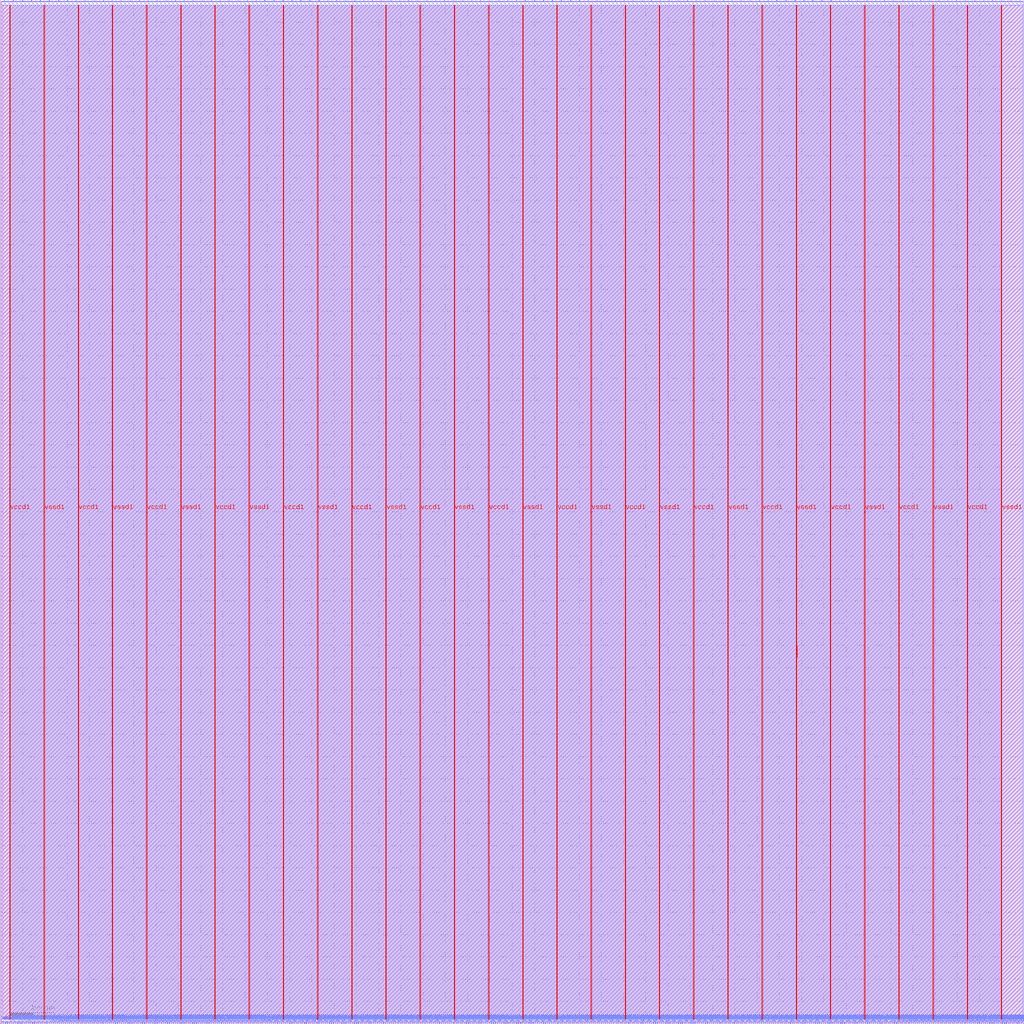
<source format=lef>
VERSION 5.7 ;
  NOWIREEXTENSIONATPIN ON ;
  DIVIDERCHAR "/" ;
  BUSBITCHARS "[]" ;
MACRO computer
  CLASS BLOCK ;
  FOREIGN computer ;
  ORIGIN 0.000 0.000 ;
  SIZE 2300.000 BY 2300.000 ;
  PIN io_in[0]
    DIRECTION INPUT ;
    USE SIGNAL ;
    PORT
      LAYER met2 ;
        RECT 9.750 2296.000 10.030 2300.000 ;
    END
  END io_in[0]
  PIN io_in[10]
    DIRECTION INPUT ;
    USE SIGNAL ;
    PORT
      LAYER met2 ;
        RECT 614.650 2296.000 614.930 2300.000 ;
    END
  END io_in[10]
  PIN io_in[11]
    DIRECTION INPUT ;
    USE SIGNAL ;
    PORT
      LAYER met2 ;
        RECT 675.370 2296.000 675.650 2300.000 ;
    END
  END io_in[11]
  PIN io_in[12]
    DIRECTION INPUT ;
    USE SIGNAL ;
    PORT
      LAYER met2 ;
        RECT 735.630 2296.000 735.910 2300.000 ;
    END
  END io_in[12]
  PIN io_in[13]
    DIRECTION INPUT ;
    USE SIGNAL ;
    PORT
      LAYER met2 ;
        RECT 796.350 2296.000 796.630 2300.000 ;
    END
  END io_in[13]
  PIN io_in[14]
    DIRECTION INPUT ;
    USE SIGNAL ;
    PORT
      LAYER met2 ;
        RECT 857.070 2296.000 857.350 2300.000 ;
    END
  END io_in[14]
  PIN io_in[15]
    DIRECTION INPUT ;
    USE SIGNAL ;
    PORT
      LAYER met2 ;
        RECT 917.330 2296.000 917.610 2300.000 ;
    END
  END io_in[15]
  PIN io_in[16]
    DIRECTION INPUT ;
    USE SIGNAL ;
    PORT
      LAYER met2 ;
        RECT 978.050 2296.000 978.330 2300.000 ;
    END
  END io_in[16]
  PIN io_in[17]
    DIRECTION INPUT ;
    USE SIGNAL ;
    PORT
      LAYER met2 ;
        RECT 1038.310 2296.000 1038.590 2300.000 ;
    END
  END io_in[17]
  PIN io_in[18]
    DIRECTION INPUT ;
    USE SIGNAL ;
    PORT
      LAYER met2 ;
        RECT 1099.030 2296.000 1099.310 2300.000 ;
    END
  END io_in[18]
  PIN io_in[19]
    DIRECTION INPUT ;
    USE SIGNAL ;
    PORT
      LAYER met2 ;
        RECT 1159.750 2296.000 1160.030 2300.000 ;
    END
  END io_in[19]
  PIN io_in[1]
    DIRECTION INPUT ;
    USE SIGNAL ;
    PORT
      LAYER met2 ;
        RECT 70.010 2296.000 70.290 2300.000 ;
    END
  END io_in[1]
  PIN io_in[20]
    DIRECTION INPUT ;
    USE SIGNAL ;
    PORT
      LAYER met2 ;
        RECT 1220.010 2296.000 1220.290 2300.000 ;
    END
  END io_in[20]
  PIN io_in[21]
    DIRECTION INPUT ;
    USE SIGNAL ;
    PORT
      LAYER met2 ;
        RECT 1280.730 2296.000 1281.010 2300.000 ;
    END
  END io_in[21]
  PIN io_in[22]
    DIRECTION INPUT ;
    USE SIGNAL ;
    PORT
      LAYER met2 ;
        RECT 1340.990 2296.000 1341.270 2300.000 ;
    END
  END io_in[22]
  PIN io_in[23]
    DIRECTION INPUT ;
    USE SIGNAL ;
    PORT
      LAYER met2 ;
        RECT 1401.710 2296.000 1401.990 2300.000 ;
    END
  END io_in[23]
  PIN io_in[24]
    DIRECTION INPUT ;
    USE SIGNAL ;
    PORT
      LAYER met2 ;
        RECT 1461.970 2296.000 1462.250 2300.000 ;
    END
  END io_in[24]
  PIN io_in[25]
    DIRECTION INPUT ;
    USE SIGNAL ;
    PORT
      LAYER met2 ;
        RECT 1522.690 2296.000 1522.970 2300.000 ;
    END
  END io_in[25]
  PIN io_in[26]
    DIRECTION INPUT ;
    USE SIGNAL ;
    PORT
      LAYER met2 ;
        RECT 1583.410 2296.000 1583.690 2300.000 ;
    END
  END io_in[26]
  PIN io_in[27]
    DIRECTION INPUT ;
    USE SIGNAL ;
    PORT
      LAYER met2 ;
        RECT 1643.670 2296.000 1643.950 2300.000 ;
    END
  END io_in[27]
  PIN io_in[28]
    DIRECTION INPUT ;
    USE SIGNAL ;
    PORT
      LAYER met2 ;
        RECT 1704.390 2296.000 1704.670 2300.000 ;
    END
  END io_in[28]
  PIN io_in[29]
    DIRECTION INPUT ;
    USE SIGNAL ;
    PORT
      LAYER met2 ;
        RECT 1764.650 2296.000 1764.930 2300.000 ;
    END
  END io_in[29]
  PIN io_in[2]
    DIRECTION INPUT ;
    USE SIGNAL ;
    PORT
      LAYER met2 ;
        RECT 130.730 2296.000 131.010 2300.000 ;
    END
  END io_in[2]
  PIN io_in[30]
    DIRECTION INPUT ;
    USE SIGNAL ;
    PORT
      LAYER met2 ;
        RECT 1825.370 2296.000 1825.650 2300.000 ;
    END
  END io_in[30]
  PIN io_in[31]
    DIRECTION INPUT ;
    USE SIGNAL ;
    PORT
      LAYER met2 ;
        RECT 1885.630 2296.000 1885.910 2300.000 ;
    END
  END io_in[31]
  PIN io_in[32]
    DIRECTION INPUT ;
    USE SIGNAL ;
    PORT
      LAYER met2 ;
        RECT 1946.350 2296.000 1946.630 2300.000 ;
    END
  END io_in[32]
  PIN io_in[33]
    DIRECTION INPUT ;
    USE SIGNAL ;
    PORT
      LAYER met2 ;
        RECT 2007.070 2296.000 2007.350 2300.000 ;
    END
  END io_in[33]
  PIN io_in[34]
    DIRECTION INPUT ;
    USE SIGNAL ;
    PORT
      LAYER met2 ;
        RECT 2067.330 2296.000 2067.610 2300.000 ;
    END
  END io_in[34]
  PIN io_in[35]
    DIRECTION INPUT ;
    USE SIGNAL ;
    PORT
      LAYER met2 ;
        RECT 2128.050 2296.000 2128.330 2300.000 ;
    END
  END io_in[35]
  PIN io_in[36]
    DIRECTION INPUT ;
    USE SIGNAL ;
    PORT
      LAYER met2 ;
        RECT 2188.310 2296.000 2188.590 2300.000 ;
    END
  END io_in[36]
  PIN io_in[37]
    DIRECTION INPUT ;
    USE SIGNAL ;
    PORT
      LAYER met2 ;
        RECT 2249.030 2296.000 2249.310 2300.000 ;
    END
  END io_in[37]
  PIN io_in[3]
    DIRECTION INPUT ;
    USE SIGNAL ;
    PORT
      LAYER met2 ;
        RECT 190.990 2296.000 191.270 2300.000 ;
    END
  END io_in[3]
  PIN io_in[4]
    DIRECTION INPUT ;
    USE SIGNAL ;
    PORT
      LAYER met2 ;
        RECT 251.710 2296.000 251.990 2300.000 ;
    END
  END io_in[4]
  PIN io_in[5]
    DIRECTION INPUT ;
    USE SIGNAL ;
    PORT
      LAYER met2 ;
        RECT 311.970 2296.000 312.250 2300.000 ;
    END
  END io_in[5]
  PIN io_in[6]
    DIRECTION INPUT ;
    USE SIGNAL ;
    PORT
      LAYER met2 ;
        RECT 372.690 2296.000 372.970 2300.000 ;
    END
  END io_in[6]
  PIN io_in[7]
    DIRECTION INPUT ;
    USE SIGNAL ;
    PORT
      LAYER met2 ;
        RECT 433.410 2296.000 433.690 2300.000 ;
    END
  END io_in[7]
  PIN io_in[8]
    DIRECTION INPUT ;
    USE SIGNAL ;
    PORT
      LAYER met2 ;
        RECT 493.670 2296.000 493.950 2300.000 ;
    END
  END io_in[8]
  PIN io_in[9]
    DIRECTION INPUT ;
    USE SIGNAL ;
    PORT
      LAYER met2 ;
        RECT 554.390 2296.000 554.670 2300.000 ;
    END
  END io_in[9]
  PIN io_oeb[0]
    DIRECTION OUTPUT TRISTATE ;
    USE SIGNAL ;
    PORT
      LAYER met2 ;
        RECT 29.530 2296.000 29.810 2300.000 ;
    END
  END io_oeb[0]
  PIN io_oeb[10]
    DIRECTION OUTPUT TRISTATE ;
    USE SIGNAL ;
    PORT
      LAYER met2 ;
        RECT 634.890 2296.000 635.170 2300.000 ;
    END
  END io_oeb[10]
  PIN io_oeb[11]
    DIRECTION OUTPUT TRISTATE ;
    USE SIGNAL ;
    PORT
      LAYER met2 ;
        RECT 695.610 2296.000 695.890 2300.000 ;
    END
  END io_oeb[11]
  PIN io_oeb[12]
    DIRECTION OUTPUT TRISTATE ;
    USE SIGNAL ;
    PORT
      LAYER met2 ;
        RECT 755.870 2296.000 756.150 2300.000 ;
    END
  END io_oeb[12]
  PIN io_oeb[13]
    DIRECTION OUTPUT TRISTATE ;
    USE SIGNAL ;
    PORT
      LAYER met2 ;
        RECT 816.590 2296.000 816.870 2300.000 ;
    END
  END io_oeb[13]
  PIN io_oeb[14]
    DIRECTION OUTPUT TRISTATE ;
    USE SIGNAL ;
    PORT
      LAYER met2 ;
        RECT 876.850 2296.000 877.130 2300.000 ;
    END
  END io_oeb[14]
  PIN io_oeb[15]
    DIRECTION OUTPUT TRISTATE ;
    USE SIGNAL ;
    PORT
      LAYER met2 ;
        RECT 937.570 2296.000 937.850 2300.000 ;
    END
  END io_oeb[15]
  PIN io_oeb[16]
    DIRECTION OUTPUT TRISTATE ;
    USE SIGNAL ;
    PORT
      LAYER met2 ;
        RECT 998.290 2296.000 998.570 2300.000 ;
    END
  END io_oeb[16]
  PIN io_oeb[17]
    DIRECTION OUTPUT TRISTATE ;
    USE SIGNAL ;
    PORT
      LAYER met2 ;
        RECT 1058.550 2296.000 1058.830 2300.000 ;
    END
  END io_oeb[17]
  PIN io_oeb[18]
    DIRECTION OUTPUT TRISTATE ;
    USE SIGNAL ;
    PORT
      LAYER met2 ;
        RECT 1119.270 2296.000 1119.550 2300.000 ;
    END
  END io_oeb[18]
  PIN io_oeb[19]
    DIRECTION OUTPUT TRISTATE ;
    USE SIGNAL ;
    PORT
      LAYER met2 ;
        RECT 1179.530 2296.000 1179.810 2300.000 ;
    END
  END io_oeb[19]
  PIN io_oeb[1]
    DIRECTION OUTPUT TRISTATE ;
    USE SIGNAL ;
    PORT
      LAYER met2 ;
        RECT 90.250 2296.000 90.530 2300.000 ;
    END
  END io_oeb[1]
  PIN io_oeb[20]
    DIRECTION OUTPUT TRISTATE ;
    USE SIGNAL ;
    PORT
      LAYER met2 ;
        RECT 1240.250 2296.000 1240.530 2300.000 ;
    END
  END io_oeb[20]
  PIN io_oeb[21]
    DIRECTION OUTPUT TRISTATE ;
    USE SIGNAL ;
    PORT
      LAYER met2 ;
        RECT 1300.970 2296.000 1301.250 2300.000 ;
    END
  END io_oeb[21]
  PIN io_oeb[22]
    DIRECTION OUTPUT TRISTATE ;
    USE SIGNAL ;
    PORT
      LAYER met2 ;
        RECT 1361.230 2296.000 1361.510 2300.000 ;
    END
  END io_oeb[22]
  PIN io_oeb[23]
    DIRECTION OUTPUT TRISTATE ;
    USE SIGNAL ;
    PORT
      LAYER met2 ;
        RECT 1421.950 2296.000 1422.230 2300.000 ;
    END
  END io_oeb[23]
  PIN io_oeb[24]
    DIRECTION OUTPUT TRISTATE ;
    USE SIGNAL ;
    PORT
      LAYER met2 ;
        RECT 1482.210 2296.000 1482.490 2300.000 ;
    END
  END io_oeb[24]
  PIN io_oeb[25]
    DIRECTION OUTPUT TRISTATE ;
    USE SIGNAL ;
    PORT
      LAYER met2 ;
        RECT 1542.930 2296.000 1543.210 2300.000 ;
    END
  END io_oeb[25]
  PIN io_oeb[26]
    DIRECTION OUTPUT TRISTATE ;
    USE SIGNAL ;
    PORT
      LAYER met2 ;
        RECT 1603.190 2296.000 1603.470 2300.000 ;
    END
  END io_oeb[26]
  PIN io_oeb[27]
    DIRECTION OUTPUT TRISTATE ;
    USE SIGNAL ;
    PORT
      LAYER met2 ;
        RECT 1663.910 2296.000 1664.190 2300.000 ;
    END
  END io_oeb[27]
  PIN io_oeb[28]
    DIRECTION OUTPUT TRISTATE ;
    USE SIGNAL ;
    PORT
      LAYER met2 ;
        RECT 1724.630 2296.000 1724.910 2300.000 ;
    END
  END io_oeb[28]
  PIN io_oeb[29]
    DIRECTION OUTPUT TRISTATE ;
    USE SIGNAL ;
    PORT
      LAYER met2 ;
        RECT 1784.890 2296.000 1785.170 2300.000 ;
    END
  END io_oeb[29]
  PIN io_oeb[2]
    DIRECTION OUTPUT TRISTATE ;
    USE SIGNAL ;
    PORT
      LAYER met2 ;
        RECT 150.970 2296.000 151.250 2300.000 ;
    END
  END io_oeb[2]
  PIN io_oeb[30]
    DIRECTION OUTPUT TRISTATE ;
    USE SIGNAL ;
    PORT
      LAYER met2 ;
        RECT 1845.610 2296.000 1845.890 2300.000 ;
    END
  END io_oeb[30]
  PIN io_oeb[31]
    DIRECTION OUTPUT TRISTATE ;
    USE SIGNAL ;
    PORT
      LAYER met2 ;
        RECT 1905.870 2296.000 1906.150 2300.000 ;
    END
  END io_oeb[31]
  PIN io_oeb[32]
    DIRECTION OUTPUT TRISTATE ;
    USE SIGNAL ;
    PORT
      LAYER met2 ;
        RECT 1966.590 2296.000 1966.870 2300.000 ;
    END
  END io_oeb[32]
  PIN io_oeb[33]
    DIRECTION OUTPUT TRISTATE ;
    USE SIGNAL ;
    PORT
      LAYER met2 ;
        RECT 2026.850 2296.000 2027.130 2300.000 ;
    END
  END io_oeb[33]
  PIN io_oeb[34]
    DIRECTION OUTPUT TRISTATE ;
    USE SIGNAL ;
    PORT
      LAYER met2 ;
        RECT 2087.570 2296.000 2087.850 2300.000 ;
    END
  END io_oeb[34]
  PIN io_oeb[35]
    DIRECTION OUTPUT TRISTATE ;
    USE SIGNAL ;
    PORT
      LAYER met2 ;
        RECT 2148.290 2296.000 2148.570 2300.000 ;
    END
  END io_oeb[35]
  PIN io_oeb[36]
    DIRECTION OUTPUT TRISTATE ;
    USE SIGNAL ;
    PORT
      LAYER met2 ;
        RECT 2208.550 2296.000 2208.830 2300.000 ;
    END
  END io_oeb[36]
  PIN io_oeb[37]
    DIRECTION OUTPUT TRISTATE ;
    USE SIGNAL ;
    PORT
      LAYER met2 ;
        RECT 2269.270 2296.000 2269.550 2300.000 ;
    END
  END io_oeb[37]
  PIN io_oeb[3]
    DIRECTION OUTPUT TRISTATE ;
    USE SIGNAL ;
    PORT
      LAYER met2 ;
        RECT 211.230 2296.000 211.510 2300.000 ;
    END
  END io_oeb[3]
  PIN io_oeb[4]
    DIRECTION OUTPUT TRISTATE ;
    USE SIGNAL ;
    PORT
      LAYER met2 ;
        RECT 271.950 2296.000 272.230 2300.000 ;
    END
  END io_oeb[4]
  PIN io_oeb[5]
    DIRECTION OUTPUT TRISTATE ;
    USE SIGNAL ;
    PORT
      LAYER met2 ;
        RECT 332.210 2296.000 332.490 2300.000 ;
    END
  END io_oeb[5]
  PIN io_oeb[6]
    DIRECTION OUTPUT TRISTATE ;
    USE SIGNAL ;
    PORT
      LAYER met2 ;
        RECT 392.930 2296.000 393.210 2300.000 ;
    END
  END io_oeb[6]
  PIN io_oeb[7]
    DIRECTION OUTPUT TRISTATE ;
    USE SIGNAL ;
    PORT
      LAYER met2 ;
        RECT 453.190 2296.000 453.470 2300.000 ;
    END
  END io_oeb[7]
  PIN io_oeb[8]
    DIRECTION OUTPUT TRISTATE ;
    USE SIGNAL ;
    PORT
      LAYER met2 ;
        RECT 513.910 2296.000 514.190 2300.000 ;
    END
  END io_oeb[8]
  PIN io_oeb[9]
    DIRECTION OUTPUT TRISTATE ;
    USE SIGNAL ;
    PORT
      LAYER met2 ;
        RECT 574.630 2296.000 574.910 2300.000 ;
    END
  END io_oeb[9]
  PIN io_out[0]
    DIRECTION OUTPUT TRISTATE ;
    USE SIGNAL ;
    PORT
      LAYER met2 ;
        RECT 49.770 2296.000 50.050 2300.000 ;
    END
  END io_out[0]
  PIN io_out[10]
    DIRECTION OUTPUT TRISTATE ;
    USE SIGNAL ;
    PORT
      LAYER met2 ;
        RECT 655.130 2296.000 655.410 2300.000 ;
    END
  END io_out[10]
  PIN io_out[11]
    DIRECTION OUTPUT TRISTATE ;
    USE SIGNAL ;
    PORT
      LAYER met2 ;
        RECT 715.850 2296.000 716.130 2300.000 ;
    END
  END io_out[11]
  PIN io_out[12]
    DIRECTION OUTPUT TRISTATE ;
    USE SIGNAL ;
    PORT
      LAYER met2 ;
        RECT 776.110 2296.000 776.390 2300.000 ;
    END
  END io_out[12]
  PIN io_out[13]
    DIRECTION OUTPUT TRISTATE ;
    USE SIGNAL ;
    PORT
      LAYER met2 ;
        RECT 836.830 2296.000 837.110 2300.000 ;
    END
  END io_out[13]
  PIN io_out[14]
    DIRECTION OUTPUT TRISTATE ;
    USE SIGNAL ;
    PORT
      LAYER met2 ;
        RECT 897.090 2296.000 897.370 2300.000 ;
    END
  END io_out[14]
  PIN io_out[15]
    DIRECTION OUTPUT TRISTATE ;
    USE SIGNAL ;
    PORT
      LAYER met2 ;
        RECT 957.810 2296.000 958.090 2300.000 ;
    END
  END io_out[15]
  PIN io_out[16]
    DIRECTION OUTPUT TRISTATE ;
    USE SIGNAL ;
    PORT
      LAYER met2 ;
        RECT 1018.070 2296.000 1018.350 2300.000 ;
    END
  END io_out[16]
  PIN io_out[17]
    DIRECTION OUTPUT TRISTATE ;
    USE SIGNAL ;
    PORT
      LAYER met2 ;
        RECT 1078.790 2296.000 1079.070 2300.000 ;
    END
  END io_out[17]
  PIN io_out[18]
    DIRECTION OUTPUT TRISTATE ;
    USE SIGNAL ;
    PORT
      LAYER met2 ;
        RECT 1139.510 2296.000 1139.790 2300.000 ;
    END
  END io_out[18]
  PIN io_out[19]
    DIRECTION OUTPUT TRISTATE ;
    USE SIGNAL ;
    PORT
      LAYER met2 ;
        RECT 1199.770 2296.000 1200.050 2300.000 ;
    END
  END io_out[19]
  PIN io_out[1]
    DIRECTION OUTPUT TRISTATE ;
    USE SIGNAL ;
    PORT
      LAYER met2 ;
        RECT 110.490 2296.000 110.770 2300.000 ;
    END
  END io_out[1]
  PIN io_out[20]
    DIRECTION OUTPUT TRISTATE ;
    USE SIGNAL ;
    PORT
      LAYER met2 ;
        RECT 1260.490 2296.000 1260.770 2300.000 ;
    END
  END io_out[20]
  PIN io_out[21]
    DIRECTION OUTPUT TRISTATE ;
    USE SIGNAL ;
    PORT
      LAYER met2 ;
        RECT 1320.750 2296.000 1321.030 2300.000 ;
    END
  END io_out[21]
  PIN io_out[22]
    DIRECTION OUTPUT TRISTATE ;
    USE SIGNAL ;
    PORT
      LAYER met2 ;
        RECT 1381.470 2296.000 1381.750 2300.000 ;
    END
  END io_out[22]
  PIN io_out[23]
    DIRECTION OUTPUT TRISTATE ;
    USE SIGNAL ;
    PORT
      LAYER met2 ;
        RECT 1442.190 2296.000 1442.470 2300.000 ;
    END
  END io_out[23]
  PIN io_out[24]
    DIRECTION OUTPUT TRISTATE ;
    USE SIGNAL ;
    PORT
      LAYER met2 ;
        RECT 1502.450 2296.000 1502.730 2300.000 ;
    END
  END io_out[24]
  PIN io_out[25]
    DIRECTION OUTPUT TRISTATE ;
    USE SIGNAL ;
    PORT
      LAYER met2 ;
        RECT 1563.170 2296.000 1563.450 2300.000 ;
    END
  END io_out[25]
  PIN io_out[26]
    DIRECTION OUTPUT TRISTATE ;
    USE SIGNAL ;
    PORT
      LAYER met2 ;
        RECT 1623.430 2296.000 1623.710 2300.000 ;
    END
  END io_out[26]
  PIN io_out[27]
    DIRECTION OUTPUT TRISTATE ;
    USE SIGNAL ;
    PORT
      LAYER met2 ;
        RECT 1684.150 2296.000 1684.430 2300.000 ;
    END
  END io_out[27]
  PIN io_out[28]
    DIRECTION OUTPUT TRISTATE ;
    USE SIGNAL ;
    PORT
      LAYER met2 ;
        RECT 1744.410 2296.000 1744.690 2300.000 ;
    END
  END io_out[28]
  PIN io_out[29]
    DIRECTION OUTPUT TRISTATE ;
    USE SIGNAL ;
    PORT
      LAYER met2 ;
        RECT 1805.130 2296.000 1805.410 2300.000 ;
    END
  END io_out[29]
  PIN io_out[2]
    DIRECTION OUTPUT TRISTATE ;
    USE SIGNAL ;
    PORT
      LAYER met2 ;
        RECT 170.750 2296.000 171.030 2300.000 ;
    END
  END io_out[2]
  PIN io_out[30]
    DIRECTION OUTPUT TRISTATE ;
    USE SIGNAL ;
    PORT
      LAYER met2 ;
        RECT 1865.850 2296.000 1866.130 2300.000 ;
    END
  END io_out[30]
  PIN io_out[31]
    DIRECTION OUTPUT TRISTATE ;
    USE SIGNAL ;
    PORT
      LAYER met2 ;
        RECT 1926.110 2296.000 1926.390 2300.000 ;
    END
  END io_out[31]
  PIN io_out[32]
    DIRECTION OUTPUT TRISTATE ;
    USE SIGNAL ;
    PORT
      LAYER met2 ;
        RECT 1986.830 2296.000 1987.110 2300.000 ;
    END
  END io_out[32]
  PIN io_out[33]
    DIRECTION OUTPUT TRISTATE ;
    USE SIGNAL ;
    PORT
      LAYER met2 ;
        RECT 2047.090 2296.000 2047.370 2300.000 ;
    END
  END io_out[33]
  PIN io_out[34]
    DIRECTION OUTPUT TRISTATE ;
    USE SIGNAL ;
    PORT
      LAYER met2 ;
        RECT 2107.810 2296.000 2108.090 2300.000 ;
    END
  END io_out[34]
  PIN io_out[35]
    DIRECTION OUTPUT TRISTATE ;
    USE SIGNAL ;
    PORT
      LAYER met2 ;
        RECT 2168.070 2296.000 2168.350 2300.000 ;
    END
  END io_out[35]
  PIN io_out[36]
    DIRECTION OUTPUT TRISTATE ;
    USE SIGNAL ;
    PORT
      LAYER met2 ;
        RECT 2228.790 2296.000 2229.070 2300.000 ;
    END
  END io_out[36]
  PIN io_out[37]
    DIRECTION OUTPUT TRISTATE ;
    USE SIGNAL ;
    PORT
      LAYER met2 ;
        RECT 2289.510 2296.000 2289.790 2300.000 ;
    END
  END io_out[37]
  PIN io_out[3]
    DIRECTION OUTPUT TRISTATE ;
    USE SIGNAL ;
    PORT
      LAYER met2 ;
        RECT 231.470 2296.000 231.750 2300.000 ;
    END
  END io_out[3]
  PIN io_out[4]
    DIRECTION OUTPUT TRISTATE ;
    USE SIGNAL ;
    PORT
      LAYER met2 ;
        RECT 292.190 2296.000 292.470 2300.000 ;
    END
  END io_out[4]
  PIN io_out[5]
    DIRECTION OUTPUT TRISTATE ;
    USE SIGNAL ;
    PORT
      LAYER met2 ;
        RECT 352.450 2296.000 352.730 2300.000 ;
    END
  END io_out[5]
  PIN io_out[6]
    DIRECTION OUTPUT TRISTATE ;
    USE SIGNAL ;
    PORT
      LAYER met2 ;
        RECT 413.170 2296.000 413.450 2300.000 ;
    END
  END io_out[6]
  PIN io_out[7]
    DIRECTION OUTPUT TRISTATE ;
    USE SIGNAL ;
    PORT
      LAYER met2 ;
        RECT 473.430 2296.000 473.710 2300.000 ;
    END
  END io_out[7]
  PIN io_out[8]
    DIRECTION OUTPUT TRISTATE ;
    USE SIGNAL ;
    PORT
      LAYER met2 ;
        RECT 534.150 2296.000 534.430 2300.000 ;
    END
  END io_out[8]
  PIN io_out[9]
    DIRECTION OUTPUT TRISTATE ;
    USE SIGNAL ;
    PORT
      LAYER met2 ;
        RECT 594.410 2296.000 594.690 2300.000 ;
    END
  END io_out[9]
  PIN irq[0]
    DIRECTION OUTPUT TRISTATE ;
    USE SIGNAL ;
    PORT
      LAYER met2 ;
        RECT 2288.130 0.000 2288.410 4.000 ;
    END
  END irq[0]
  PIN irq[1]
    DIRECTION OUTPUT TRISTATE ;
    USE SIGNAL ;
    PORT
      LAYER met2 ;
        RECT 2292.730 0.000 2293.010 4.000 ;
    END
  END irq[1]
  PIN irq[2]
    DIRECTION OUTPUT TRISTATE ;
    USE SIGNAL ;
    PORT
      LAYER met2 ;
        RECT 2297.330 0.000 2297.610 4.000 ;
    END
  END irq[2]
  PIN la_data_in[0]
    DIRECTION INPUT ;
    USE SIGNAL ;
    PORT
      LAYER met2 ;
        RECT 496.890 0.000 497.170 4.000 ;
    END
  END la_data_in[0]
  PIN la_data_in[100]
    DIRECTION INPUT ;
    USE SIGNAL ;
    PORT
      LAYER met2 ;
        RECT 1896.210 0.000 1896.490 4.000 ;
    END
  END la_data_in[100]
  PIN la_data_in[101]
    DIRECTION INPUT ;
    USE SIGNAL ;
    PORT
      LAYER met2 ;
        RECT 1910.470 0.000 1910.750 4.000 ;
    END
  END la_data_in[101]
  PIN la_data_in[102]
    DIRECTION INPUT ;
    USE SIGNAL ;
    PORT
      LAYER met2 ;
        RECT 1924.270 0.000 1924.550 4.000 ;
    END
  END la_data_in[102]
  PIN la_data_in[103]
    DIRECTION INPUT ;
    USE SIGNAL ;
    PORT
      LAYER met2 ;
        RECT 1938.070 0.000 1938.350 4.000 ;
    END
  END la_data_in[103]
  PIN la_data_in[104]
    DIRECTION INPUT ;
    USE SIGNAL ;
    PORT
      LAYER met2 ;
        RECT 1952.330 0.000 1952.610 4.000 ;
    END
  END la_data_in[104]
  PIN la_data_in[105]
    DIRECTION INPUT ;
    USE SIGNAL ;
    PORT
      LAYER met2 ;
        RECT 1966.130 0.000 1966.410 4.000 ;
    END
  END la_data_in[105]
  PIN la_data_in[106]
    DIRECTION INPUT ;
    USE SIGNAL ;
    PORT
      LAYER met2 ;
        RECT 1980.390 0.000 1980.670 4.000 ;
    END
  END la_data_in[106]
  PIN la_data_in[107]
    DIRECTION INPUT ;
    USE SIGNAL ;
    PORT
      LAYER met2 ;
        RECT 1994.190 0.000 1994.470 4.000 ;
    END
  END la_data_in[107]
  PIN la_data_in[108]
    DIRECTION INPUT ;
    USE SIGNAL ;
    PORT
      LAYER met2 ;
        RECT 2008.450 0.000 2008.730 4.000 ;
    END
  END la_data_in[108]
  PIN la_data_in[109]
    DIRECTION INPUT ;
    USE SIGNAL ;
    PORT
      LAYER met2 ;
        RECT 2022.250 0.000 2022.530 4.000 ;
    END
  END la_data_in[109]
  PIN la_data_in[10]
    DIRECTION INPUT ;
    USE SIGNAL ;
    PORT
      LAYER met2 ;
        RECT 636.730 0.000 637.010 4.000 ;
    END
  END la_data_in[10]
  PIN la_data_in[110]
    DIRECTION INPUT ;
    USE SIGNAL ;
    PORT
      LAYER met2 ;
        RECT 2036.050 0.000 2036.330 4.000 ;
    END
  END la_data_in[110]
  PIN la_data_in[111]
    DIRECTION INPUT ;
    USE SIGNAL ;
    PORT
      LAYER met2 ;
        RECT 2050.310 0.000 2050.590 4.000 ;
    END
  END la_data_in[111]
  PIN la_data_in[112]
    DIRECTION INPUT ;
    USE SIGNAL ;
    PORT
      LAYER met2 ;
        RECT 2064.110 0.000 2064.390 4.000 ;
    END
  END la_data_in[112]
  PIN la_data_in[113]
    DIRECTION INPUT ;
    USE SIGNAL ;
    PORT
      LAYER met2 ;
        RECT 2078.370 0.000 2078.650 4.000 ;
    END
  END la_data_in[113]
  PIN la_data_in[114]
    DIRECTION INPUT ;
    USE SIGNAL ;
    PORT
      LAYER met2 ;
        RECT 2092.170 0.000 2092.450 4.000 ;
    END
  END la_data_in[114]
  PIN la_data_in[115]
    DIRECTION INPUT ;
    USE SIGNAL ;
    PORT
      LAYER met2 ;
        RECT 2106.430 0.000 2106.710 4.000 ;
    END
  END la_data_in[115]
  PIN la_data_in[116]
    DIRECTION INPUT ;
    USE SIGNAL ;
    PORT
      LAYER met2 ;
        RECT 2120.230 0.000 2120.510 4.000 ;
    END
  END la_data_in[116]
  PIN la_data_in[117]
    DIRECTION INPUT ;
    USE SIGNAL ;
    PORT
      LAYER met2 ;
        RECT 2134.030 0.000 2134.310 4.000 ;
    END
  END la_data_in[117]
  PIN la_data_in[118]
    DIRECTION INPUT ;
    USE SIGNAL ;
    PORT
      LAYER met2 ;
        RECT 2148.290 0.000 2148.570 4.000 ;
    END
  END la_data_in[118]
  PIN la_data_in[119]
    DIRECTION INPUT ;
    USE SIGNAL ;
    PORT
      LAYER met2 ;
        RECT 2162.090 0.000 2162.370 4.000 ;
    END
  END la_data_in[119]
  PIN la_data_in[11]
    DIRECTION INPUT ;
    USE SIGNAL ;
    PORT
      LAYER met2 ;
        RECT 650.530 0.000 650.810 4.000 ;
    END
  END la_data_in[11]
  PIN la_data_in[120]
    DIRECTION INPUT ;
    USE SIGNAL ;
    PORT
      LAYER met2 ;
        RECT 2176.350 0.000 2176.630 4.000 ;
    END
  END la_data_in[120]
  PIN la_data_in[121]
    DIRECTION INPUT ;
    USE SIGNAL ;
    PORT
      LAYER met2 ;
        RECT 2190.150 0.000 2190.430 4.000 ;
    END
  END la_data_in[121]
  PIN la_data_in[122]
    DIRECTION INPUT ;
    USE SIGNAL ;
    PORT
      LAYER met2 ;
        RECT 2204.410 0.000 2204.690 4.000 ;
    END
  END la_data_in[122]
  PIN la_data_in[123]
    DIRECTION INPUT ;
    USE SIGNAL ;
    PORT
      LAYER met2 ;
        RECT 2218.210 0.000 2218.490 4.000 ;
    END
  END la_data_in[123]
  PIN la_data_in[124]
    DIRECTION INPUT ;
    USE SIGNAL ;
    PORT
      LAYER met2 ;
        RECT 2232.010 0.000 2232.290 4.000 ;
    END
  END la_data_in[124]
  PIN la_data_in[125]
    DIRECTION INPUT ;
    USE SIGNAL ;
    PORT
      LAYER met2 ;
        RECT 2246.270 0.000 2246.550 4.000 ;
    END
  END la_data_in[125]
  PIN la_data_in[126]
    DIRECTION INPUT ;
    USE SIGNAL ;
    PORT
      LAYER met2 ;
        RECT 2260.070 0.000 2260.350 4.000 ;
    END
  END la_data_in[126]
  PIN la_data_in[127]
    DIRECTION INPUT ;
    USE SIGNAL ;
    PORT
      LAYER met2 ;
        RECT 2274.330 0.000 2274.610 4.000 ;
    END
  END la_data_in[127]
  PIN la_data_in[12]
    DIRECTION INPUT ;
    USE SIGNAL ;
    PORT
      LAYER met2 ;
        RECT 664.790 0.000 665.070 4.000 ;
    END
  END la_data_in[12]
  PIN la_data_in[13]
    DIRECTION INPUT ;
    USE SIGNAL ;
    PORT
      LAYER met2 ;
        RECT 678.590 0.000 678.870 4.000 ;
    END
  END la_data_in[13]
  PIN la_data_in[14]
    DIRECTION INPUT ;
    USE SIGNAL ;
    PORT
      LAYER met2 ;
        RECT 692.850 0.000 693.130 4.000 ;
    END
  END la_data_in[14]
  PIN la_data_in[15]
    DIRECTION INPUT ;
    USE SIGNAL ;
    PORT
      LAYER met2 ;
        RECT 706.650 0.000 706.930 4.000 ;
    END
  END la_data_in[15]
  PIN la_data_in[16]
    DIRECTION INPUT ;
    USE SIGNAL ;
    PORT
      LAYER met2 ;
        RECT 720.450 0.000 720.730 4.000 ;
    END
  END la_data_in[16]
  PIN la_data_in[17]
    DIRECTION INPUT ;
    USE SIGNAL ;
    PORT
      LAYER met2 ;
        RECT 734.710 0.000 734.990 4.000 ;
    END
  END la_data_in[17]
  PIN la_data_in[18]
    DIRECTION INPUT ;
    USE SIGNAL ;
    PORT
      LAYER met2 ;
        RECT 748.510 0.000 748.790 4.000 ;
    END
  END la_data_in[18]
  PIN la_data_in[19]
    DIRECTION INPUT ;
    USE SIGNAL ;
    PORT
      LAYER met2 ;
        RECT 762.770 0.000 763.050 4.000 ;
    END
  END la_data_in[19]
  PIN la_data_in[1]
    DIRECTION INPUT ;
    USE SIGNAL ;
    PORT
      LAYER met2 ;
        RECT 510.690 0.000 510.970 4.000 ;
    END
  END la_data_in[1]
  PIN la_data_in[20]
    DIRECTION INPUT ;
    USE SIGNAL ;
    PORT
      LAYER met2 ;
        RECT 776.570 0.000 776.850 4.000 ;
    END
  END la_data_in[20]
  PIN la_data_in[21]
    DIRECTION INPUT ;
    USE SIGNAL ;
    PORT
      LAYER met2 ;
        RECT 790.370 0.000 790.650 4.000 ;
    END
  END la_data_in[21]
  PIN la_data_in[22]
    DIRECTION INPUT ;
    USE SIGNAL ;
    PORT
      LAYER met2 ;
        RECT 804.630 0.000 804.910 4.000 ;
    END
  END la_data_in[22]
  PIN la_data_in[23]
    DIRECTION INPUT ;
    USE SIGNAL ;
    PORT
      LAYER met2 ;
        RECT 818.430 0.000 818.710 4.000 ;
    END
  END la_data_in[23]
  PIN la_data_in[24]
    DIRECTION INPUT ;
    USE SIGNAL ;
    PORT
      LAYER met2 ;
        RECT 832.690 0.000 832.970 4.000 ;
    END
  END la_data_in[24]
  PIN la_data_in[25]
    DIRECTION INPUT ;
    USE SIGNAL ;
    PORT
      LAYER met2 ;
        RECT 846.490 0.000 846.770 4.000 ;
    END
  END la_data_in[25]
  PIN la_data_in[26]
    DIRECTION INPUT ;
    USE SIGNAL ;
    PORT
      LAYER met2 ;
        RECT 860.750 0.000 861.030 4.000 ;
    END
  END la_data_in[26]
  PIN la_data_in[27]
    DIRECTION INPUT ;
    USE SIGNAL ;
    PORT
      LAYER met2 ;
        RECT 874.550 0.000 874.830 4.000 ;
    END
  END la_data_in[27]
  PIN la_data_in[28]
    DIRECTION INPUT ;
    USE SIGNAL ;
    PORT
      LAYER met2 ;
        RECT 888.350 0.000 888.630 4.000 ;
    END
  END la_data_in[28]
  PIN la_data_in[29]
    DIRECTION INPUT ;
    USE SIGNAL ;
    PORT
      LAYER met2 ;
        RECT 902.610 0.000 902.890 4.000 ;
    END
  END la_data_in[29]
  PIN la_data_in[2]
    DIRECTION INPUT ;
    USE SIGNAL ;
    PORT
      LAYER met2 ;
        RECT 524.490 0.000 524.770 4.000 ;
    END
  END la_data_in[2]
  PIN la_data_in[30]
    DIRECTION INPUT ;
    USE SIGNAL ;
    PORT
      LAYER met2 ;
        RECT 916.410 0.000 916.690 4.000 ;
    END
  END la_data_in[30]
  PIN la_data_in[31]
    DIRECTION INPUT ;
    USE SIGNAL ;
    PORT
      LAYER met2 ;
        RECT 930.670 0.000 930.950 4.000 ;
    END
  END la_data_in[31]
  PIN la_data_in[32]
    DIRECTION INPUT ;
    USE SIGNAL ;
    PORT
      LAYER met2 ;
        RECT 944.470 0.000 944.750 4.000 ;
    END
  END la_data_in[32]
  PIN la_data_in[33]
    DIRECTION INPUT ;
    USE SIGNAL ;
    PORT
      LAYER met2 ;
        RECT 958.730 0.000 959.010 4.000 ;
    END
  END la_data_in[33]
  PIN la_data_in[34]
    DIRECTION INPUT ;
    USE SIGNAL ;
    PORT
      LAYER met2 ;
        RECT 972.530 0.000 972.810 4.000 ;
    END
  END la_data_in[34]
  PIN la_data_in[35]
    DIRECTION INPUT ;
    USE SIGNAL ;
    PORT
      LAYER met2 ;
        RECT 986.330 0.000 986.610 4.000 ;
    END
  END la_data_in[35]
  PIN la_data_in[36]
    DIRECTION INPUT ;
    USE SIGNAL ;
    PORT
      LAYER met2 ;
        RECT 1000.590 0.000 1000.870 4.000 ;
    END
  END la_data_in[36]
  PIN la_data_in[37]
    DIRECTION INPUT ;
    USE SIGNAL ;
    PORT
      LAYER met2 ;
        RECT 1014.390 0.000 1014.670 4.000 ;
    END
  END la_data_in[37]
  PIN la_data_in[38]
    DIRECTION INPUT ;
    USE SIGNAL ;
    PORT
      LAYER met2 ;
        RECT 1028.650 0.000 1028.930 4.000 ;
    END
  END la_data_in[38]
  PIN la_data_in[39]
    DIRECTION INPUT ;
    USE SIGNAL ;
    PORT
      LAYER met2 ;
        RECT 1042.450 0.000 1042.730 4.000 ;
    END
  END la_data_in[39]
  PIN la_data_in[3]
    DIRECTION INPUT ;
    USE SIGNAL ;
    PORT
      LAYER met2 ;
        RECT 538.750 0.000 539.030 4.000 ;
    END
  END la_data_in[3]
  PIN la_data_in[40]
    DIRECTION INPUT ;
    USE SIGNAL ;
    PORT
      LAYER met2 ;
        RECT 1056.710 0.000 1056.990 4.000 ;
    END
  END la_data_in[40]
  PIN la_data_in[41]
    DIRECTION INPUT ;
    USE SIGNAL ;
    PORT
      LAYER met2 ;
        RECT 1070.510 0.000 1070.790 4.000 ;
    END
  END la_data_in[41]
  PIN la_data_in[42]
    DIRECTION INPUT ;
    USE SIGNAL ;
    PORT
      LAYER met2 ;
        RECT 1084.310 0.000 1084.590 4.000 ;
    END
  END la_data_in[42]
  PIN la_data_in[43]
    DIRECTION INPUT ;
    USE SIGNAL ;
    PORT
      LAYER met2 ;
        RECT 1098.570 0.000 1098.850 4.000 ;
    END
  END la_data_in[43]
  PIN la_data_in[44]
    DIRECTION INPUT ;
    USE SIGNAL ;
    PORT
      LAYER met2 ;
        RECT 1112.370 0.000 1112.650 4.000 ;
    END
  END la_data_in[44]
  PIN la_data_in[45]
    DIRECTION INPUT ;
    USE SIGNAL ;
    PORT
      LAYER met2 ;
        RECT 1126.630 0.000 1126.910 4.000 ;
    END
  END la_data_in[45]
  PIN la_data_in[46]
    DIRECTION INPUT ;
    USE SIGNAL ;
    PORT
      LAYER met2 ;
        RECT 1140.430 0.000 1140.710 4.000 ;
    END
  END la_data_in[46]
  PIN la_data_in[47]
    DIRECTION INPUT ;
    USE SIGNAL ;
    PORT
      LAYER met2 ;
        RECT 1154.690 0.000 1154.970 4.000 ;
    END
  END la_data_in[47]
  PIN la_data_in[48]
    DIRECTION INPUT ;
    USE SIGNAL ;
    PORT
      LAYER met2 ;
        RECT 1168.490 0.000 1168.770 4.000 ;
    END
  END la_data_in[48]
  PIN la_data_in[49]
    DIRECTION INPUT ;
    USE SIGNAL ;
    PORT
      LAYER met2 ;
        RECT 1182.290 0.000 1182.570 4.000 ;
    END
  END la_data_in[49]
  PIN la_data_in[4]
    DIRECTION INPUT ;
    USE SIGNAL ;
    PORT
      LAYER met2 ;
        RECT 552.550 0.000 552.830 4.000 ;
    END
  END la_data_in[4]
  PIN la_data_in[50]
    DIRECTION INPUT ;
    USE SIGNAL ;
    PORT
      LAYER met2 ;
        RECT 1196.550 0.000 1196.830 4.000 ;
    END
  END la_data_in[50]
  PIN la_data_in[51]
    DIRECTION INPUT ;
    USE SIGNAL ;
    PORT
      LAYER met2 ;
        RECT 1210.350 0.000 1210.630 4.000 ;
    END
  END la_data_in[51]
  PIN la_data_in[52]
    DIRECTION INPUT ;
    USE SIGNAL ;
    PORT
      LAYER met2 ;
        RECT 1224.610 0.000 1224.890 4.000 ;
    END
  END la_data_in[52]
  PIN la_data_in[53]
    DIRECTION INPUT ;
    USE SIGNAL ;
    PORT
      LAYER met2 ;
        RECT 1238.410 0.000 1238.690 4.000 ;
    END
  END la_data_in[53]
  PIN la_data_in[54]
    DIRECTION INPUT ;
    USE SIGNAL ;
    PORT
      LAYER met2 ;
        RECT 1252.670 0.000 1252.950 4.000 ;
    END
  END la_data_in[54]
  PIN la_data_in[55]
    DIRECTION INPUT ;
    USE SIGNAL ;
    PORT
      LAYER met2 ;
        RECT 1266.470 0.000 1266.750 4.000 ;
    END
  END la_data_in[55]
  PIN la_data_in[56]
    DIRECTION INPUT ;
    USE SIGNAL ;
    PORT
      LAYER met2 ;
        RECT 1280.270 0.000 1280.550 4.000 ;
    END
  END la_data_in[56]
  PIN la_data_in[57]
    DIRECTION INPUT ;
    USE SIGNAL ;
    PORT
      LAYER met2 ;
        RECT 1294.530 0.000 1294.810 4.000 ;
    END
  END la_data_in[57]
  PIN la_data_in[58]
    DIRECTION INPUT ;
    USE SIGNAL ;
    PORT
      LAYER met2 ;
        RECT 1308.330 0.000 1308.610 4.000 ;
    END
  END la_data_in[58]
  PIN la_data_in[59]
    DIRECTION INPUT ;
    USE SIGNAL ;
    PORT
      LAYER met2 ;
        RECT 1322.590 0.000 1322.870 4.000 ;
    END
  END la_data_in[59]
  PIN la_data_in[5]
    DIRECTION INPUT ;
    USE SIGNAL ;
    PORT
      LAYER met2 ;
        RECT 566.810 0.000 567.090 4.000 ;
    END
  END la_data_in[5]
  PIN la_data_in[60]
    DIRECTION INPUT ;
    USE SIGNAL ;
    PORT
      LAYER met2 ;
        RECT 1336.390 0.000 1336.670 4.000 ;
    END
  END la_data_in[60]
  PIN la_data_in[61]
    DIRECTION INPUT ;
    USE SIGNAL ;
    PORT
      LAYER met2 ;
        RECT 1350.650 0.000 1350.930 4.000 ;
    END
  END la_data_in[61]
  PIN la_data_in[62]
    DIRECTION INPUT ;
    USE SIGNAL ;
    PORT
      LAYER met2 ;
        RECT 1364.450 0.000 1364.730 4.000 ;
    END
  END la_data_in[62]
  PIN la_data_in[63]
    DIRECTION INPUT ;
    USE SIGNAL ;
    PORT
      LAYER met2 ;
        RECT 1378.250 0.000 1378.530 4.000 ;
    END
  END la_data_in[63]
  PIN la_data_in[64]
    DIRECTION INPUT ;
    USE SIGNAL ;
    PORT
      LAYER met2 ;
        RECT 1392.510 0.000 1392.790 4.000 ;
    END
  END la_data_in[64]
  PIN la_data_in[65]
    DIRECTION INPUT ;
    USE SIGNAL ;
    PORT
      LAYER met2 ;
        RECT 1406.310 0.000 1406.590 4.000 ;
    END
  END la_data_in[65]
  PIN la_data_in[66]
    DIRECTION INPUT ;
    USE SIGNAL ;
    PORT
      LAYER met2 ;
        RECT 1420.570 0.000 1420.850 4.000 ;
    END
  END la_data_in[66]
  PIN la_data_in[67]
    DIRECTION INPUT ;
    USE SIGNAL ;
    PORT
      LAYER met2 ;
        RECT 1434.370 0.000 1434.650 4.000 ;
    END
  END la_data_in[67]
  PIN la_data_in[68]
    DIRECTION INPUT ;
    USE SIGNAL ;
    PORT
      LAYER met2 ;
        RECT 1448.630 0.000 1448.910 4.000 ;
    END
  END la_data_in[68]
  PIN la_data_in[69]
    DIRECTION INPUT ;
    USE SIGNAL ;
    PORT
      LAYER met2 ;
        RECT 1462.430 0.000 1462.710 4.000 ;
    END
  END la_data_in[69]
  PIN la_data_in[6]
    DIRECTION INPUT ;
    USE SIGNAL ;
    PORT
      LAYER met2 ;
        RECT 580.610 0.000 580.890 4.000 ;
    END
  END la_data_in[6]
  PIN la_data_in[70]
    DIRECTION INPUT ;
    USE SIGNAL ;
    PORT
      LAYER met2 ;
        RECT 1476.230 0.000 1476.510 4.000 ;
    END
  END la_data_in[70]
  PIN la_data_in[71]
    DIRECTION INPUT ;
    USE SIGNAL ;
    PORT
      LAYER met2 ;
        RECT 1490.490 0.000 1490.770 4.000 ;
    END
  END la_data_in[71]
  PIN la_data_in[72]
    DIRECTION INPUT ;
    USE SIGNAL ;
    PORT
      LAYER met2 ;
        RECT 1504.290 0.000 1504.570 4.000 ;
    END
  END la_data_in[72]
  PIN la_data_in[73]
    DIRECTION INPUT ;
    USE SIGNAL ;
    PORT
      LAYER met2 ;
        RECT 1518.550 0.000 1518.830 4.000 ;
    END
  END la_data_in[73]
  PIN la_data_in[74]
    DIRECTION INPUT ;
    USE SIGNAL ;
    PORT
      LAYER met2 ;
        RECT 1532.350 0.000 1532.630 4.000 ;
    END
  END la_data_in[74]
  PIN la_data_in[75]
    DIRECTION INPUT ;
    USE SIGNAL ;
    PORT
      LAYER met2 ;
        RECT 1546.150 0.000 1546.430 4.000 ;
    END
  END la_data_in[75]
  PIN la_data_in[76]
    DIRECTION INPUT ;
    USE SIGNAL ;
    PORT
      LAYER met2 ;
        RECT 1560.410 0.000 1560.690 4.000 ;
    END
  END la_data_in[76]
  PIN la_data_in[77]
    DIRECTION INPUT ;
    USE SIGNAL ;
    PORT
      LAYER met2 ;
        RECT 1574.210 0.000 1574.490 4.000 ;
    END
  END la_data_in[77]
  PIN la_data_in[78]
    DIRECTION INPUT ;
    USE SIGNAL ;
    PORT
      LAYER met2 ;
        RECT 1588.470 0.000 1588.750 4.000 ;
    END
  END la_data_in[78]
  PIN la_data_in[79]
    DIRECTION INPUT ;
    USE SIGNAL ;
    PORT
      LAYER met2 ;
        RECT 1602.270 0.000 1602.550 4.000 ;
    END
  END la_data_in[79]
  PIN la_data_in[7]
    DIRECTION INPUT ;
    USE SIGNAL ;
    PORT
      LAYER met2 ;
        RECT 594.870 0.000 595.150 4.000 ;
    END
  END la_data_in[7]
  PIN la_data_in[80]
    DIRECTION INPUT ;
    USE SIGNAL ;
    PORT
      LAYER met2 ;
        RECT 1616.530 0.000 1616.810 4.000 ;
    END
  END la_data_in[80]
  PIN la_data_in[81]
    DIRECTION INPUT ;
    USE SIGNAL ;
    PORT
      LAYER met2 ;
        RECT 1630.330 0.000 1630.610 4.000 ;
    END
  END la_data_in[81]
  PIN la_data_in[82]
    DIRECTION INPUT ;
    USE SIGNAL ;
    PORT
      LAYER met2 ;
        RECT 1644.130 0.000 1644.410 4.000 ;
    END
  END la_data_in[82]
  PIN la_data_in[83]
    DIRECTION INPUT ;
    USE SIGNAL ;
    PORT
      LAYER met2 ;
        RECT 1658.390 0.000 1658.670 4.000 ;
    END
  END la_data_in[83]
  PIN la_data_in[84]
    DIRECTION INPUT ;
    USE SIGNAL ;
    PORT
      LAYER met2 ;
        RECT 1672.190 0.000 1672.470 4.000 ;
    END
  END la_data_in[84]
  PIN la_data_in[85]
    DIRECTION INPUT ;
    USE SIGNAL ;
    PORT
      LAYER met2 ;
        RECT 1686.450 0.000 1686.730 4.000 ;
    END
  END la_data_in[85]
  PIN la_data_in[86]
    DIRECTION INPUT ;
    USE SIGNAL ;
    PORT
      LAYER met2 ;
        RECT 1700.250 0.000 1700.530 4.000 ;
    END
  END la_data_in[86]
  PIN la_data_in[87]
    DIRECTION INPUT ;
    USE SIGNAL ;
    PORT
      LAYER met2 ;
        RECT 1714.510 0.000 1714.790 4.000 ;
    END
  END la_data_in[87]
  PIN la_data_in[88]
    DIRECTION INPUT ;
    USE SIGNAL ;
    PORT
      LAYER met2 ;
        RECT 1728.310 0.000 1728.590 4.000 ;
    END
  END la_data_in[88]
  PIN la_data_in[89]
    DIRECTION INPUT ;
    USE SIGNAL ;
    PORT
      LAYER met2 ;
        RECT 1742.110 0.000 1742.390 4.000 ;
    END
  END la_data_in[89]
  PIN la_data_in[8]
    DIRECTION INPUT ;
    USE SIGNAL ;
    PORT
      LAYER met2 ;
        RECT 608.670 0.000 608.950 4.000 ;
    END
  END la_data_in[8]
  PIN la_data_in[90]
    DIRECTION INPUT ;
    USE SIGNAL ;
    PORT
      LAYER met2 ;
        RECT 1756.370 0.000 1756.650 4.000 ;
    END
  END la_data_in[90]
  PIN la_data_in[91]
    DIRECTION INPUT ;
    USE SIGNAL ;
    PORT
      LAYER met2 ;
        RECT 1770.170 0.000 1770.450 4.000 ;
    END
  END la_data_in[91]
  PIN la_data_in[92]
    DIRECTION INPUT ;
    USE SIGNAL ;
    PORT
      LAYER met2 ;
        RECT 1784.430 0.000 1784.710 4.000 ;
    END
  END la_data_in[92]
  PIN la_data_in[93]
    DIRECTION INPUT ;
    USE SIGNAL ;
    PORT
      LAYER met2 ;
        RECT 1798.230 0.000 1798.510 4.000 ;
    END
  END la_data_in[93]
  PIN la_data_in[94]
    DIRECTION INPUT ;
    USE SIGNAL ;
    PORT
      LAYER met2 ;
        RECT 1812.490 0.000 1812.770 4.000 ;
    END
  END la_data_in[94]
  PIN la_data_in[95]
    DIRECTION INPUT ;
    USE SIGNAL ;
    PORT
      LAYER met2 ;
        RECT 1826.290 0.000 1826.570 4.000 ;
    END
  END la_data_in[95]
  PIN la_data_in[96]
    DIRECTION INPUT ;
    USE SIGNAL ;
    PORT
      LAYER met2 ;
        RECT 1840.090 0.000 1840.370 4.000 ;
    END
  END la_data_in[96]
  PIN la_data_in[97]
    DIRECTION INPUT ;
    USE SIGNAL ;
    PORT
      LAYER met2 ;
        RECT 1854.350 0.000 1854.630 4.000 ;
    END
  END la_data_in[97]
  PIN la_data_in[98]
    DIRECTION INPUT ;
    USE SIGNAL ;
    PORT
      LAYER met2 ;
        RECT 1868.150 0.000 1868.430 4.000 ;
    END
  END la_data_in[98]
  PIN la_data_in[99]
    DIRECTION INPUT ;
    USE SIGNAL ;
    PORT
      LAYER met2 ;
        RECT 1882.410 0.000 1882.690 4.000 ;
    END
  END la_data_in[99]
  PIN la_data_in[9]
    DIRECTION INPUT ;
    USE SIGNAL ;
    PORT
      LAYER met2 ;
        RECT 622.470 0.000 622.750 4.000 ;
    END
  END la_data_in[9]
  PIN la_data_out[0]
    DIRECTION OUTPUT TRISTATE ;
    USE SIGNAL ;
    PORT
      LAYER met2 ;
        RECT 501.490 0.000 501.770 4.000 ;
    END
  END la_data_out[0]
  PIN la_data_out[100]
    DIRECTION OUTPUT TRISTATE ;
    USE SIGNAL ;
    PORT
      LAYER met2 ;
        RECT 1900.810 0.000 1901.090 4.000 ;
    END
  END la_data_out[100]
  PIN la_data_out[101]
    DIRECTION OUTPUT TRISTATE ;
    USE SIGNAL ;
    PORT
      LAYER met2 ;
        RECT 1915.070 0.000 1915.350 4.000 ;
    END
  END la_data_out[101]
  PIN la_data_out[102]
    DIRECTION OUTPUT TRISTATE ;
    USE SIGNAL ;
    PORT
      LAYER met2 ;
        RECT 1928.870 0.000 1929.150 4.000 ;
    END
  END la_data_out[102]
  PIN la_data_out[103]
    DIRECTION OUTPUT TRISTATE ;
    USE SIGNAL ;
    PORT
      LAYER met2 ;
        RECT 1943.130 0.000 1943.410 4.000 ;
    END
  END la_data_out[103]
  PIN la_data_out[104]
    DIRECTION OUTPUT TRISTATE ;
    USE SIGNAL ;
    PORT
      LAYER met2 ;
        RECT 1956.930 0.000 1957.210 4.000 ;
    END
  END la_data_out[104]
  PIN la_data_out[105]
    DIRECTION OUTPUT TRISTATE ;
    USE SIGNAL ;
    PORT
      LAYER met2 ;
        RECT 1970.730 0.000 1971.010 4.000 ;
    END
  END la_data_out[105]
  PIN la_data_out[106]
    DIRECTION OUTPUT TRISTATE ;
    USE SIGNAL ;
    PORT
      LAYER met2 ;
        RECT 1984.990 0.000 1985.270 4.000 ;
    END
  END la_data_out[106]
  PIN la_data_out[107]
    DIRECTION OUTPUT TRISTATE ;
    USE SIGNAL ;
    PORT
      LAYER met2 ;
        RECT 1998.790 0.000 1999.070 4.000 ;
    END
  END la_data_out[107]
  PIN la_data_out[108]
    DIRECTION OUTPUT TRISTATE ;
    USE SIGNAL ;
    PORT
      LAYER met2 ;
        RECT 2013.050 0.000 2013.330 4.000 ;
    END
  END la_data_out[108]
  PIN la_data_out[109]
    DIRECTION OUTPUT TRISTATE ;
    USE SIGNAL ;
    PORT
      LAYER met2 ;
        RECT 2026.850 0.000 2027.130 4.000 ;
    END
  END la_data_out[109]
  PIN la_data_out[10]
    DIRECTION OUTPUT TRISTATE ;
    USE SIGNAL ;
    PORT
      LAYER met2 ;
        RECT 641.330 0.000 641.610 4.000 ;
    END
  END la_data_out[10]
  PIN la_data_out[110]
    DIRECTION OUTPUT TRISTATE ;
    USE SIGNAL ;
    PORT
      LAYER met2 ;
        RECT 2041.110 0.000 2041.390 4.000 ;
    END
  END la_data_out[110]
  PIN la_data_out[111]
    DIRECTION OUTPUT TRISTATE ;
    USE SIGNAL ;
    PORT
      LAYER met2 ;
        RECT 2054.910 0.000 2055.190 4.000 ;
    END
  END la_data_out[111]
  PIN la_data_out[112]
    DIRECTION OUTPUT TRISTATE ;
    USE SIGNAL ;
    PORT
      LAYER met2 ;
        RECT 2068.710 0.000 2068.990 4.000 ;
    END
  END la_data_out[112]
  PIN la_data_out[113]
    DIRECTION OUTPUT TRISTATE ;
    USE SIGNAL ;
    PORT
      LAYER met2 ;
        RECT 2082.970 0.000 2083.250 4.000 ;
    END
  END la_data_out[113]
  PIN la_data_out[114]
    DIRECTION OUTPUT TRISTATE ;
    USE SIGNAL ;
    PORT
      LAYER met2 ;
        RECT 2096.770 0.000 2097.050 4.000 ;
    END
  END la_data_out[114]
  PIN la_data_out[115]
    DIRECTION OUTPUT TRISTATE ;
    USE SIGNAL ;
    PORT
      LAYER met2 ;
        RECT 2111.030 0.000 2111.310 4.000 ;
    END
  END la_data_out[115]
  PIN la_data_out[116]
    DIRECTION OUTPUT TRISTATE ;
    USE SIGNAL ;
    PORT
      LAYER met2 ;
        RECT 2124.830 0.000 2125.110 4.000 ;
    END
  END la_data_out[116]
  PIN la_data_out[117]
    DIRECTION OUTPUT TRISTATE ;
    USE SIGNAL ;
    PORT
      LAYER met2 ;
        RECT 2139.090 0.000 2139.370 4.000 ;
    END
  END la_data_out[117]
  PIN la_data_out[118]
    DIRECTION OUTPUT TRISTATE ;
    USE SIGNAL ;
    PORT
      LAYER met2 ;
        RECT 2152.890 0.000 2153.170 4.000 ;
    END
  END la_data_out[118]
  PIN la_data_out[119]
    DIRECTION OUTPUT TRISTATE ;
    USE SIGNAL ;
    PORT
      LAYER met2 ;
        RECT 2166.690 0.000 2166.970 4.000 ;
    END
  END la_data_out[119]
  PIN la_data_out[11]
    DIRECTION OUTPUT TRISTATE ;
    USE SIGNAL ;
    PORT
      LAYER met2 ;
        RECT 655.130 0.000 655.410 4.000 ;
    END
  END la_data_out[11]
  PIN la_data_out[120]
    DIRECTION OUTPUT TRISTATE ;
    USE SIGNAL ;
    PORT
      LAYER met2 ;
        RECT 2180.950 0.000 2181.230 4.000 ;
    END
  END la_data_out[120]
  PIN la_data_out[121]
    DIRECTION OUTPUT TRISTATE ;
    USE SIGNAL ;
    PORT
      LAYER met2 ;
        RECT 2194.750 0.000 2195.030 4.000 ;
    END
  END la_data_out[121]
  PIN la_data_out[122]
    DIRECTION OUTPUT TRISTATE ;
    USE SIGNAL ;
    PORT
      LAYER met2 ;
        RECT 2209.010 0.000 2209.290 4.000 ;
    END
  END la_data_out[122]
  PIN la_data_out[123]
    DIRECTION OUTPUT TRISTATE ;
    USE SIGNAL ;
    PORT
      LAYER met2 ;
        RECT 2222.810 0.000 2223.090 4.000 ;
    END
  END la_data_out[123]
  PIN la_data_out[124]
    DIRECTION OUTPUT TRISTATE ;
    USE SIGNAL ;
    PORT
      LAYER met2 ;
        RECT 2237.070 0.000 2237.350 4.000 ;
    END
  END la_data_out[124]
  PIN la_data_out[125]
    DIRECTION OUTPUT TRISTATE ;
    USE SIGNAL ;
    PORT
      LAYER met2 ;
        RECT 2250.870 0.000 2251.150 4.000 ;
    END
  END la_data_out[125]
  PIN la_data_out[126]
    DIRECTION OUTPUT TRISTATE ;
    USE SIGNAL ;
    PORT
      LAYER met2 ;
        RECT 2264.670 0.000 2264.950 4.000 ;
    END
  END la_data_out[126]
  PIN la_data_out[127]
    DIRECTION OUTPUT TRISTATE ;
    USE SIGNAL ;
    PORT
      LAYER met2 ;
        RECT 2278.930 0.000 2279.210 4.000 ;
    END
  END la_data_out[127]
  PIN la_data_out[12]
    DIRECTION OUTPUT TRISTATE ;
    USE SIGNAL ;
    PORT
      LAYER met2 ;
        RECT 669.390 0.000 669.670 4.000 ;
    END
  END la_data_out[12]
  PIN la_data_out[13]
    DIRECTION OUTPUT TRISTATE ;
    USE SIGNAL ;
    PORT
      LAYER met2 ;
        RECT 683.190 0.000 683.470 4.000 ;
    END
  END la_data_out[13]
  PIN la_data_out[14]
    DIRECTION OUTPUT TRISTATE ;
    USE SIGNAL ;
    PORT
      LAYER met2 ;
        RECT 697.450 0.000 697.730 4.000 ;
    END
  END la_data_out[14]
  PIN la_data_out[15]
    DIRECTION OUTPUT TRISTATE ;
    USE SIGNAL ;
    PORT
      LAYER met2 ;
        RECT 711.250 0.000 711.530 4.000 ;
    END
  END la_data_out[15]
  PIN la_data_out[16]
    DIRECTION OUTPUT TRISTATE ;
    USE SIGNAL ;
    PORT
      LAYER met2 ;
        RECT 725.510 0.000 725.790 4.000 ;
    END
  END la_data_out[16]
  PIN la_data_out[17]
    DIRECTION OUTPUT TRISTATE ;
    USE SIGNAL ;
    PORT
      LAYER met2 ;
        RECT 739.310 0.000 739.590 4.000 ;
    END
  END la_data_out[17]
  PIN la_data_out[18]
    DIRECTION OUTPUT TRISTATE ;
    USE SIGNAL ;
    PORT
      LAYER met2 ;
        RECT 753.110 0.000 753.390 4.000 ;
    END
  END la_data_out[18]
  PIN la_data_out[19]
    DIRECTION OUTPUT TRISTATE ;
    USE SIGNAL ;
    PORT
      LAYER met2 ;
        RECT 767.370 0.000 767.650 4.000 ;
    END
  END la_data_out[19]
  PIN la_data_out[1]
    DIRECTION OUTPUT TRISTATE ;
    USE SIGNAL ;
    PORT
      LAYER met2 ;
        RECT 515.290 0.000 515.570 4.000 ;
    END
  END la_data_out[1]
  PIN la_data_out[20]
    DIRECTION OUTPUT TRISTATE ;
    USE SIGNAL ;
    PORT
      LAYER met2 ;
        RECT 781.170 0.000 781.450 4.000 ;
    END
  END la_data_out[20]
  PIN la_data_out[21]
    DIRECTION OUTPUT TRISTATE ;
    USE SIGNAL ;
    PORT
      LAYER met2 ;
        RECT 795.430 0.000 795.710 4.000 ;
    END
  END la_data_out[21]
  PIN la_data_out[22]
    DIRECTION OUTPUT TRISTATE ;
    USE SIGNAL ;
    PORT
      LAYER met2 ;
        RECT 809.230 0.000 809.510 4.000 ;
    END
  END la_data_out[22]
  PIN la_data_out[23]
    DIRECTION OUTPUT TRISTATE ;
    USE SIGNAL ;
    PORT
      LAYER met2 ;
        RECT 823.030 0.000 823.310 4.000 ;
    END
  END la_data_out[23]
  PIN la_data_out[24]
    DIRECTION OUTPUT TRISTATE ;
    USE SIGNAL ;
    PORT
      LAYER met2 ;
        RECT 837.290 0.000 837.570 4.000 ;
    END
  END la_data_out[24]
  PIN la_data_out[25]
    DIRECTION OUTPUT TRISTATE ;
    USE SIGNAL ;
    PORT
      LAYER met2 ;
        RECT 851.090 0.000 851.370 4.000 ;
    END
  END la_data_out[25]
  PIN la_data_out[26]
    DIRECTION OUTPUT TRISTATE ;
    USE SIGNAL ;
    PORT
      LAYER met2 ;
        RECT 865.350 0.000 865.630 4.000 ;
    END
  END la_data_out[26]
  PIN la_data_out[27]
    DIRECTION OUTPUT TRISTATE ;
    USE SIGNAL ;
    PORT
      LAYER met2 ;
        RECT 879.150 0.000 879.430 4.000 ;
    END
  END la_data_out[27]
  PIN la_data_out[28]
    DIRECTION OUTPUT TRISTATE ;
    USE SIGNAL ;
    PORT
      LAYER met2 ;
        RECT 893.410 0.000 893.690 4.000 ;
    END
  END la_data_out[28]
  PIN la_data_out[29]
    DIRECTION OUTPUT TRISTATE ;
    USE SIGNAL ;
    PORT
      LAYER met2 ;
        RECT 907.210 0.000 907.490 4.000 ;
    END
  END la_data_out[29]
  PIN la_data_out[2]
    DIRECTION OUTPUT TRISTATE ;
    USE SIGNAL ;
    PORT
      LAYER met2 ;
        RECT 529.550 0.000 529.830 4.000 ;
    END
  END la_data_out[2]
  PIN la_data_out[30]
    DIRECTION OUTPUT TRISTATE ;
    USE SIGNAL ;
    PORT
      LAYER met2 ;
        RECT 921.010 0.000 921.290 4.000 ;
    END
  END la_data_out[30]
  PIN la_data_out[31]
    DIRECTION OUTPUT TRISTATE ;
    USE SIGNAL ;
    PORT
      LAYER met2 ;
        RECT 935.270 0.000 935.550 4.000 ;
    END
  END la_data_out[31]
  PIN la_data_out[32]
    DIRECTION OUTPUT TRISTATE ;
    USE SIGNAL ;
    PORT
      LAYER met2 ;
        RECT 949.070 0.000 949.350 4.000 ;
    END
  END la_data_out[32]
  PIN la_data_out[33]
    DIRECTION OUTPUT TRISTATE ;
    USE SIGNAL ;
    PORT
      LAYER met2 ;
        RECT 963.330 0.000 963.610 4.000 ;
    END
  END la_data_out[33]
  PIN la_data_out[34]
    DIRECTION OUTPUT TRISTATE ;
    USE SIGNAL ;
    PORT
      LAYER met2 ;
        RECT 977.130 0.000 977.410 4.000 ;
    END
  END la_data_out[34]
  PIN la_data_out[35]
    DIRECTION OUTPUT TRISTATE ;
    USE SIGNAL ;
    PORT
      LAYER met2 ;
        RECT 991.390 0.000 991.670 4.000 ;
    END
  END la_data_out[35]
  PIN la_data_out[36]
    DIRECTION OUTPUT TRISTATE ;
    USE SIGNAL ;
    PORT
      LAYER met2 ;
        RECT 1005.190 0.000 1005.470 4.000 ;
    END
  END la_data_out[36]
  PIN la_data_out[37]
    DIRECTION OUTPUT TRISTATE ;
    USE SIGNAL ;
    PORT
      LAYER met2 ;
        RECT 1018.990 0.000 1019.270 4.000 ;
    END
  END la_data_out[37]
  PIN la_data_out[38]
    DIRECTION OUTPUT TRISTATE ;
    USE SIGNAL ;
    PORT
      LAYER met2 ;
        RECT 1033.250 0.000 1033.530 4.000 ;
    END
  END la_data_out[38]
  PIN la_data_out[39]
    DIRECTION OUTPUT TRISTATE ;
    USE SIGNAL ;
    PORT
      LAYER met2 ;
        RECT 1047.050 0.000 1047.330 4.000 ;
    END
  END la_data_out[39]
  PIN la_data_out[3]
    DIRECTION OUTPUT TRISTATE ;
    USE SIGNAL ;
    PORT
      LAYER met2 ;
        RECT 543.350 0.000 543.630 4.000 ;
    END
  END la_data_out[3]
  PIN la_data_out[40]
    DIRECTION OUTPUT TRISTATE ;
    USE SIGNAL ;
    PORT
      LAYER met2 ;
        RECT 1061.310 0.000 1061.590 4.000 ;
    END
  END la_data_out[40]
  PIN la_data_out[41]
    DIRECTION OUTPUT TRISTATE ;
    USE SIGNAL ;
    PORT
      LAYER met2 ;
        RECT 1075.110 0.000 1075.390 4.000 ;
    END
  END la_data_out[41]
  PIN la_data_out[42]
    DIRECTION OUTPUT TRISTATE ;
    USE SIGNAL ;
    PORT
      LAYER met2 ;
        RECT 1089.370 0.000 1089.650 4.000 ;
    END
  END la_data_out[42]
  PIN la_data_out[43]
    DIRECTION OUTPUT TRISTATE ;
    USE SIGNAL ;
    PORT
      LAYER met2 ;
        RECT 1103.170 0.000 1103.450 4.000 ;
    END
  END la_data_out[43]
  PIN la_data_out[44]
    DIRECTION OUTPUT TRISTATE ;
    USE SIGNAL ;
    PORT
      LAYER met2 ;
        RECT 1116.970 0.000 1117.250 4.000 ;
    END
  END la_data_out[44]
  PIN la_data_out[45]
    DIRECTION OUTPUT TRISTATE ;
    USE SIGNAL ;
    PORT
      LAYER met2 ;
        RECT 1131.230 0.000 1131.510 4.000 ;
    END
  END la_data_out[45]
  PIN la_data_out[46]
    DIRECTION OUTPUT TRISTATE ;
    USE SIGNAL ;
    PORT
      LAYER met2 ;
        RECT 1145.030 0.000 1145.310 4.000 ;
    END
  END la_data_out[46]
  PIN la_data_out[47]
    DIRECTION OUTPUT TRISTATE ;
    USE SIGNAL ;
    PORT
      LAYER met2 ;
        RECT 1159.290 0.000 1159.570 4.000 ;
    END
  END la_data_out[47]
  PIN la_data_out[48]
    DIRECTION OUTPUT TRISTATE ;
    USE SIGNAL ;
    PORT
      LAYER met2 ;
        RECT 1173.090 0.000 1173.370 4.000 ;
    END
  END la_data_out[48]
  PIN la_data_out[49]
    DIRECTION OUTPUT TRISTATE ;
    USE SIGNAL ;
    PORT
      LAYER met2 ;
        RECT 1187.350 0.000 1187.630 4.000 ;
    END
  END la_data_out[49]
  PIN la_data_out[4]
    DIRECTION OUTPUT TRISTATE ;
    USE SIGNAL ;
    PORT
      LAYER met2 ;
        RECT 557.150 0.000 557.430 4.000 ;
    END
  END la_data_out[4]
  PIN la_data_out[50]
    DIRECTION OUTPUT TRISTATE ;
    USE SIGNAL ;
    PORT
      LAYER met2 ;
        RECT 1201.150 0.000 1201.430 4.000 ;
    END
  END la_data_out[50]
  PIN la_data_out[51]
    DIRECTION OUTPUT TRISTATE ;
    USE SIGNAL ;
    PORT
      LAYER met2 ;
        RECT 1214.950 0.000 1215.230 4.000 ;
    END
  END la_data_out[51]
  PIN la_data_out[52]
    DIRECTION OUTPUT TRISTATE ;
    USE SIGNAL ;
    PORT
      LAYER met2 ;
        RECT 1229.210 0.000 1229.490 4.000 ;
    END
  END la_data_out[52]
  PIN la_data_out[53]
    DIRECTION OUTPUT TRISTATE ;
    USE SIGNAL ;
    PORT
      LAYER met2 ;
        RECT 1243.010 0.000 1243.290 4.000 ;
    END
  END la_data_out[53]
  PIN la_data_out[54]
    DIRECTION OUTPUT TRISTATE ;
    USE SIGNAL ;
    PORT
      LAYER met2 ;
        RECT 1257.270 0.000 1257.550 4.000 ;
    END
  END la_data_out[54]
  PIN la_data_out[55]
    DIRECTION OUTPUT TRISTATE ;
    USE SIGNAL ;
    PORT
      LAYER met2 ;
        RECT 1271.070 0.000 1271.350 4.000 ;
    END
  END la_data_out[55]
  PIN la_data_out[56]
    DIRECTION OUTPUT TRISTATE ;
    USE SIGNAL ;
    PORT
      LAYER met2 ;
        RECT 1285.330 0.000 1285.610 4.000 ;
    END
  END la_data_out[56]
  PIN la_data_out[57]
    DIRECTION OUTPUT TRISTATE ;
    USE SIGNAL ;
    PORT
      LAYER met2 ;
        RECT 1299.130 0.000 1299.410 4.000 ;
    END
  END la_data_out[57]
  PIN la_data_out[58]
    DIRECTION OUTPUT TRISTATE ;
    USE SIGNAL ;
    PORT
      LAYER met2 ;
        RECT 1312.930 0.000 1313.210 4.000 ;
    END
  END la_data_out[58]
  PIN la_data_out[59]
    DIRECTION OUTPUT TRISTATE ;
    USE SIGNAL ;
    PORT
      LAYER met2 ;
        RECT 1327.190 0.000 1327.470 4.000 ;
    END
  END la_data_out[59]
  PIN la_data_out[5]
    DIRECTION OUTPUT TRISTATE ;
    USE SIGNAL ;
    PORT
      LAYER met2 ;
        RECT 571.410 0.000 571.690 4.000 ;
    END
  END la_data_out[5]
  PIN la_data_out[60]
    DIRECTION OUTPUT TRISTATE ;
    USE SIGNAL ;
    PORT
      LAYER met2 ;
        RECT 1340.990 0.000 1341.270 4.000 ;
    END
  END la_data_out[60]
  PIN la_data_out[61]
    DIRECTION OUTPUT TRISTATE ;
    USE SIGNAL ;
    PORT
      LAYER met2 ;
        RECT 1355.250 0.000 1355.530 4.000 ;
    END
  END la_data_out[61]
  PIN la_data_out[62]
    DIRECTION OUTPUT TRISTATE ;
    USE SIGNAL ;
    PORT
      LAYER met2 ;
        RECT 1369.050 0.000 1369.330 4.000 ;
    END
  END la_data_out[62]
  PIN la_data_out[63]
    DIRECTION OUTPUT TRISTATE ;
    USE SIGNAL ;
    PORT
      LAYER met2 ;
        RECT 1383.310 0.000 1383.590 4.000 ;
    END
  END la_data_out[63]
  PIN la_data_out[64]
    DIRECTION OUTPUT TRISTATE ;
    USE SIGNAL ;
    PORT
      LAYER met2 ;
        RECT 1397.110 0.000 1397.390 4.000 ;
    END
  END la_data_out[64]
  PIN la_data_out[65]
    DIRECTION OUTPUT TRISTATE ;
    USE SIGNAL ;
    PORT
      LAYER met2 ;
        RECT 1410.910 0.000 1411.190 4.000 ;
    END
  END la_data_out[65]
  PIN la_data_out[66]
    DIRECTION OUTPUT TRISTATE ;
    USE SIGNAL ;
    PORT
      LAYER met2 ;
        RECT 1425.170 0.000 1425.450 4.000 ;
    END
  END la_data_out[66]
  PIN la_data_out[67]
    DIRECTION OUTPUT TRISTATE ;
    USE SIGNAL ;
    PORT
      LAYER met2 ;
        RECT 1438.970 0.000 1439.250 4.000 ;
    END
  END la_data_out[67]
  PIN la_data_out[68]
    DIRECTION OUTPUT TRISTATE ;
    USE SIGNAL ;
    PORT
      LAYER met2 ;
        RECT 1453.230 0.000 1453.510 4.000 ;
    END
  END la_data_out[68]
  PIN la_data_out[69]
    DIRECTION OUTPUT TRISTATE ;
    USE SIGNAL ;
    PORT
      LAYER met2 ;
        RECT 1467.030 0.000 1467.310 4.000 ;
    END
  END la_data_out[69]
  PIN la_data_out[6]
    DIRECTION OUTPUT TRISTATE ;
    USE SIGNAL ;
    PORT
      LAYER met2 ;
        RECT 585.210 0.000 585.490 4.000 ;
    END
  END la_data_out[6]
  PIN la_data_out[70]
    DIRECTION OUTPUT TRISTATE ;
    USE SIGNAL ;
    PORT
      LAYER met2 ;
        RECT 1481.290 0.000 1481.570 4.000 ;
    END
  END la_data_out[70]
  PIN la_data_out[71]
    DIRECTION OUTPUT TRISTATE ;
    USE SIGNAL ;
    PORT
      LAYER met2 ;
        RECT 1495.090 0.000 1495.370 4.000 ;
    END
  END la_data_out[71]
  PIN la_data_out[72]
    DIRECTION OUTPUT TRISTATE ;
    USE SIGNAL ;
    PORT
      LAYER met2 ;
        RECT 1508.890 0.000 1509.170 4.000 ;
    END
  END la_data_out[72]
  PIN la_data_out[73]
    DIRECTION OUTPUT TRISTATE ;
    USE SIGNAL ;
    PORT
      LAYER met2 ;
        RECT 1523.150 0.000 1523.430 4.000 ;
    END
  END la_data_out[73]
  PIN la_data_out[74]
    DIRECTION OUTPUT TRISTATE ;
    USE SIGNAL ;
    PORT
      LAYER met2 ;
        RECT 1536.950 0.000 1537.230 4.000 ;
    END
  END la_data_out[74]
  PIN la_data_out[75]
    DIRECTION OUTPUT TRISTATE ;
    USE SIGNAL ;
    PORT
      LAYER met2 ;
        RECT 1551.210 0.000 1551.490 4.000 ;
    END
  END la_data_out[75]
  PIN la_data_out[76]
    DIRECTION OUTPUT TRISTATE ;
    USE SIGNAL ;
    PORT
      LAYER met2 ;
        RECT 1565.010 0.000 1565.290 4.000 ;
    END
  END la_data_out[76]
  PIN la_data_out[77]
    DIRECTION OUTPUT TRISTATE ;
    USE SIGNAL ;
    PORT
      LAYER met2 ;
        RECT 1578.810 0.000 1579.090 4.000 ;
    END
  END la_data_out[77]
  PIN la_data_out[78]
    DIRECTION OUTPUT TRISTATE ;
    USE SIGNAL ;
    PORT
      LAYER met2 ;
        RECT 1593.070 0.000 1593.350 4.000 ;
    END
  END la_data_out[78]
  PIN la_data_out[79]
    DIRECTION OUTPUT TRISTATE ;
    USE SIGNAL ;
    PORT
      LAYER met2 ;
        RECT 1606.870 0.000 1607.150 4.000 ;
    END
  END la_data_out[79]
  PIN la_data_out[7]
    DIRECTION OUTPUT TRISTATE ;
    USE SIGNAL ;
    PORT
      LAYER met2 ;
        RECT 599.470 0.000 599.750 4.000 ;
    END
  END la_data_out[7]
  PIN la_data_out[80]
    DIRECTION OUTPUT TRISTATE ;
    USE SIGNAL ;
    PORT
      LAYER met2 ;
        RECT 1621.130 0.000 1621.410 4.000 ;
    END
  END la_data_out[80]
  PIN la_data_out[81]
    DIRECTION OUTPUT TRISTATE ;
    USE SIGNAL ;
    PORT
      LAYER met2 ;
        RECT 1634.930 0.000 1635.210 4.000 ;
    END
  END la_data_out[81]
  PIN la_data_out[82]
    DIRECTION OUTPUT TRISTATE ;
    USE SIGNAL ;
    PORT
      LAYER met2 ;
        RECT 1649.190 0.000 1649.470 4.000 ;
    END
  END la_data_out[82]
  PIN la_data_out[83]
    DIRECTION OUTPUT TRISTATE ;
    USE SIGNAL ;
    PORT
      LAYER met2 ;
        RECT 1662.990 0.000 1663.270 4.000 ;
    END
  END la_data_out[83]
  PIN la_data_out[84]
    DIRECTION OUTPUT TRISTATE ;
    USE SIGNAL ;
    PORT
      LAYER met2 ;
        RECT 1676.790 0.000 1677.070 4.000 ;
    END
  END la_data_out[84]
  PIN la_data_out[85]
    DIRECTION OUTPUT TRISTATE ;
    USE SIGNAL ;
    PORT
      LAYER met2 ;
        RECT 1691.050 0.000 1691.330 4.000 ;
    END
  END la_data_out[85]
  PIN la_data_out[86]
    DIRECTION OUTPUT TRISTATE ;
    USE SIGNAL ;
    PORT
      LAYER met2 ;
        RECT 1704.850 0.000 1705.130 4.000 ;
    END
  END la_data_out[86]
  PIN la_data_out[87]
    DIRECTION OUTPUT TRISTATE ;
    USE SIGNAL ;
    PORT
      LAYER met2 ;
        RECT 1719.110 0.000 1719.390 4.000 ;
    END
  END la_data_out[87]
  PIN la_data_out[88]
    DIRECTION OUTPUT TRISTATE ;
    USE SIGNAL ;
    PORT
      LAYER met2 ;
        RECT 1732.910 0.000 1733.190 4.000 ;
    END
  END la_data_out[88]
  PIN la_data_out[89]
    DIRECTION OUTPUT TRISTATE ;
    USE SIGNAL ;
    PORT
      LAYER met2 ;
        RECT 1747.170 0.000 1747.450 4.000 ;
    END
  END la_data_out[89]
  PIN la_data_out[8]
    DIRECTION OUTPUT TRISTATE ;
    USE SIGNAL ;
    PORT
      LAYER met2 ;
        RECT 613.270 0.000 613.550 4.000 ;
    END
  END la_data_out[8]
  PIN la_data_out[90]
    DIRECTION OUTPUT TRISTATE ;
    USE SIGNAL ;
    PORT
      LAYER met2 ;
        RECT 1760.970 0.000 1761.250 4.000 ;
    END
  END la_data_out[90]
  PIN la_data_out[91]
    DIRECTION OUTPUT TRISTATE ;
    USE SIGNAL ;
    PORT
      LAYER met2 ;
        RECT 1774.770 0.000 1775.050 4.000 ;
    END
  END la_data_out[91]
  PIN la_data_out[92]
    DIRECTION OUTPUT TRISTATE ;
    USE SIGNAL ;
    PORT
      LAYER met2 ;
        RECT 1789.030 0.000 1789.310 4.000 ;
    END
  END la_data_out[92]
  PIN la_data_out[93]
    DIRECTION OUTPUT TRISTATE ;
    USE SIGNAL ;
    PORT
      LAYER met2 ;
        RECT 1802.830 0.000 1803.110 4.000 ;
    END
  END la_data_out[93]
  PIN la_data_out[94]
    DIRECTION OUTPUT TRISTATE ;
    USE SIGNAL ;
    PORT
      LAYER met2 ;
        RECT 1817.090 0.000 1817.370 4.000 ;
    END
  END la_data_out[94]
  PIN la_data_out[95]
    DIRECTION OUTPUT TRISTATE ;
    USE SIGNAL ;
    PORT
      LAYER met2 ;
        RECT 1830.890 0.000 1831.170 4.000 ;
    END
  END la_data_out[95]
  PIN la_data_out[96]
    DIRECTION OUTPUT TRISTATE ;
    USE SIGNAL ;
    PORT
      LAYER met2 ;
        RECT 1845.150 0.000 1845.430 4.000 ;
    END
  END la_data_out[96]
  PIN la_data_out[97]
    DIRECTION OUTPUT TRISTATE ;
    USE SIGNAL ;
    PORT
      LAYER met2 ;
        RECT 1858.950 0.000 1859.230 4.000 ;
    END
  END la_data_out[97]
  PIN la_data_out[98]
    DIRECTION OUTPUT TRISTATE ;
    USE SIGNAL ;
    PORT
      LAYER met2 ;
        RECT 1872.750 0.000 1873.030 4.000 ;
    END
  END la_data_out[98]
  PIN la_data_out[99]
    DIRECTION OUTPUT TRISTATE ;
    USE SIGNAL ;
    PORT
      LAYER met2 ;
        RECT 1887.010 0.000 1887.290 4.000 ;
    END
  END la_data_out[99]
  PIN la_data_out[9]
    DIRECTION OUTPUT TRISTATE ;
    USE SIGNAL ;
    PORT
      LAYER met2 ;
        RECT 627.530 0.000 627.810 4.000 ;
    END
  END la_data_out[9]
  PIN la_oenb[0]
    DIRECTION INPUT ;
    USE SIGNAL ;
    PORT
      LAYER met2 ;
        RECT 506.090 0.000 506.370 4.000 ;
    END
  END la_oenb[0]
  PIN la_oenb[100]
    DIRECTION INPUT ;
    USE SIGNAL ;
    PORT
      LAYER met2 ;
        RECT 1905.410 0.000 1905.690 4.000 ;
    END
  END la_oenb[100]
  PIN la_oenb[101]
    DIRECTION INPUT ;
    USE SIGNAL ;
    PORT
      LAYER met2 ;
        RECT 1919.670 0.000 1919.950 4.000 ;
    END
  END la_oenb[101]
  PIN la_oenb[102]
    DIRECTION INPUT ;
    USE SIGNAL ;
    PORT
      LAYER met2 ;
        RECT 1933.470 0.000 1933.750 4.000 ;
    END
  END la_oenb[102]
  PIN la_oenb[103]
    DIRECTION INPUT ;
    USE SIGNAL ;
    PORT
      LAYER met2 ;
        RECT 1947.730 0.000 1948.010 4.000 ;
    END
  END la_oenb[103]
  PIN la_oenb[104]
    DIRECTION INPUT ;
    USE SIGNAL ;
    PORT
      LAYER met2 ;
        RECT 1961.530 0.000 1961.810 4.000 ;
    END
  END la_oenb[104]
  PIN la_oenb[105]
    DIRECTION INPUT ;
    USE SIGNAL ;
    PORT
      LAYER met2 ;
        RECT 1975.790 0.000 1976.070 4.000 ;
    END
  END la_oenb[105]
  PIN la_oenb[106]
    DIRECTION INPUT ;
    USE SIGNAL ;
    PORT
      LAYER met2 ;
        RECT 1989.590 0.000 1989.870 4.000 ;
    END
  END la_oenb[106]
  PIN la_oenb[107]
    DIRECTION INPUT ;
    USE SIGNAL ;
    PORT
      LAYER met2 ;
        RECT 2003.390 0.000 2003.670 4.000 ;
    END
  END la_oenb[107]
  PIN la_oenb[108]
    DIRECTION INPUT ;
    USE SIGNAL ;
    PORT
      LAYER met2 ;
        RECT 2017.650 0.000 2017.930 4.000 ;
    END
  END la_oenb[108]
  PIN la_oenb[109]
    DIRECTION INPUT ;
    USE SIGNAL ;
    PORT
      LAYER met2 ;
        RECT 2031.450 0.000 2031.730 4.000 ;
    END
  END la_oenb[109]
  PIN la_oenb[10]
    DIRECTION INPUT ;
    USE SIGNAL ;
    PORT
      LAYER met2 ;
        RECT 645.930 0.000 646.210 4.000 ;
    END
  END la_oenb[10]
  PIN la_oenb[110]
    DIRECTION INPUT ;
    USE SIGNAL ;
    PORT
      LAYER met2 ;
        RECT 2045.710 0.000 2045.990 4.000 ;
    END
  END la_oenb[110]
  PIN la_oenb[111]
    DIRECTION INPUT ;
    USE SIGNAL ;
    PORT
      LAYER met2 ;
        RECT 2059.510 0.000 2059.790 4.000 ;
    END
  END la_oenb[111]
  PIN la_oenb[112]
    DIRECTION INPUT ;
    USE SIGNAL ;
    PORT
      LAYER met2 ;
        RECT 2073.770 0.000 2074.050 4.000 ;
    END
  END la_oenb[112]
  PIN la_oenb[113]
    DIRECTION INPUT ;
    USE SIGNAL ;
    PORT
      LAYER met2 ;
        RECT 2087.570 0.000 2087.850 4.000 ;
    END
  END la_oenb[113]
  PIN la_oenb[114]
    DIRECTION INPUT ;
    USE SIGNAL ;
    PORT
      LAYER met2 ;
        RECT 2101.370 0.000 2101.650 4.000 ;
    END
  END la_oenb[114]
  PIN la_oenb[115]
    DIRECTION INPUT ;
    USE SIGNAL ;
    PORT
      LAYER met2 ;
        RECT 2115.630 0.000 2115.910 4.000 ;
    END
  END la_oenb[115]
  PIN la_oenb[116]
    DIRECTION INPUT ;
    USE SIGNAL ;
    PORT
      LAYER met2 ;
        RECT 2129.430 0.000 2129.710 4.000 ;
    END
  END la_oenb[116]
  PIN la_oenb[117]
    DIRECTION INPUT ;
    USE SIGNAL ;
    PORT
      LAYER met2 ;
        RECT 2143.690 0.000 2143.970 4.000 ;
    END
  END la_oenb[117]
  PIN la_oenb[118]
    DIRECTION INPUT ;
    USE SIGNAL ;
    PORT
      LAYER met2 ;
        RECT 2157.490 0.000 2157.770 4.000 ;
    END
  END la_oenb[118]
  PIN la_oenb[119]
    DIRECTION INPUT ;
    USE SIGNAL ;
    PORT
      LAYER met2 ;
        RECT 2171.750 0.000 2172.030 4.000 ;
    END
  END la_oenb[119]
  PIN la_oenb[11]
    DIRECTION INPUT ;
    USE SIGNAL ;
    PORT
      LAYER met2 ;
        RECT 660.190 0.000 660.470 4.000 ;
    END
  END la_oenb[11]
  PIN la_oenb[120]
    DIRECTION INPUT ;
    USE SIGNAL ;
    PORT
      LAYER met2 ;
        RECT 2185.550 0.000 2185.830 4.000 ;
    END
  END la_oenb[120]
  PIN la_oenb[121]
    DIRECTION INPUT ;
    USE SIGNAL ;
    PORT
      LAYER met2 ;
        RECT 2199.350 0.000 2199.630 4.000 ;
    END
  END la_oenb[121]
  PIN la_oenb[122]
    DIRECTION INPUT ;
    USE SIGNAL ;
    PORT
      LAYER met2 ;
        RECT 2213.610 0.000 2213.890 4.000 ;
    END
  END la_oenb[122]
  PIN la_oenb[123]
    DIRECTION INPUT ;
    USE SIGNAL ;
    PORT
      LAYER met2 ;
        RECT 2227.410 0.000 2227.690 4.000 ;
    END
  END la_oenb[123]
  PIN la_oenb[124]
    DIRECTION INPUT ;
    USE SIGNAL ;
    PORT
      LAYER met2 ;
        RECT 2241.670 0.000 2241.950 4.000 ;
    END
  END la_oenb[124]
  PIN la_oenb[125]
    DIRECTION INPUT ;
    USE SIGNAL ;
    PORT
      LAYER met2 ;
        RECT 2255.470 0.000 2255.750 4.000 ;
    END
  END la_oenb[125]
  PIN la_oenb[126]
    DIRECTION INPUT ;
    USE SIGNAL ;
    PORT
      LAYER met2 ;
        RECT 2269.730 0.000 2270.010 4.000 ;
    END
  END la_oenb[126]
  PIN la_oenb[127]
    DIRECTION INPUT ;
    USE SIGNAL ;
    PORT
      LAYER met2 ;
        RECT 2283.530 0.000 2283.810 4.000 ;
    END
  END la_oenb[127]
  PIN la_oenb[12]
    DIRECTION INPUT ;
    USE SIGNAL ;
    PORT
      LAYER met2 ;
        RECT 673.990 0.000 674.270 4.000 ;
    END
  END la_oenb[12]
  PIN la_oenb[13]
    DIRECTION INPUT ;
    USE SIGNAL ;
    PORT
      LAYER met2 ;
        RECT 687.790 0.000 688.070 4.000 ;
    END
  END la_oenb[13]
  PIN la_oenb[14]
    DIRECTION INPUT ;
    USE SIGNAL ;
    PORT
      LAYER met2 ;
        RECT 702.050 0.000 702.330 4.000 ;
    END
  END la_oenb[14]
  PIN la_oenb[15]
    DIRECTION INPUT ;
    USE SIGNAL ;
    PORT
      LAYER met2 ;
        RECT 715.850 0.000 716.130 4.000 ;
    END
  END la_oenb[15]
  PIN la_oenb[16]
    DIRECTION INPUT ;
    USE SIGNAL ;
    PORT
      LAYER met2 ;
        RECT 730.110 0.000 730.390 4.000 ;
    END
  END la_oenb[16]
  PIN la_oenb[17]
    DIRECTION INPUT ;
    USE SIGNAL ;
    PORT
      LAYER met2 ;
        RECT 743.910 0.000 744.190 4.000 ;
    END
  END la_oenb[17]
  PIN la_oenb[18]
    DIRECTION INPUT ;
    USE SIGNAL ;
    PORT
      LAYER met2 ;
        RECT 758.170 0.000 758.450 4.000 ;
    END
  END la_oenb[18]
  PIN la_oenb[19]
    DIRECTION INPUT ;
    USE SIGNAL ;
    PORT
      LAYER met2 ;
        RECT 771.970 0.000 772.250 4.000 ;
    END
  END la_oenb[19]
  PIN la_oenb[1]
    DIRECTION INPUT ;
    USE SIGNAL ;
    PORT
      LAYER met2 ;
        RECT 519.890 0.000 520.170 4.000 ;
    END
  END la_oenb[1]
  PIN la_oenb[20]
    DIRECTION INPUT ;
    USE SIGNAL ;
    PORT
      LAYER met2 ;
        RECT 785.770 0.000 786.050 4.000 ;
    END
  END la_oenb[20]
  PIN la_oenb[21]
    DIRECTION INPUT ;
    USE SIGNAL ;
    PORT
      LAYER met2 ;
        RECT 800.030 0.000 800.310 4.000 ;
    END
  END la_oenb[21]
  PIN la_oenb[22]
    DIRECTION INPUT ;
    USE SIGNAL ;
    PORT
      LAYER met2 ;
        RECT 813.830 0.000 814.110 4.000 ;
    END
  END la_oenb[22]
  PIN la_oenb[23]
    DIRECTION INPUT ;
    USE SIGNAL ;
    PORT
      LAYER met2 ;
        RECT 828.090 0.000 828.370 4.000 ;
    END
  END la_oenb[23]
  PIN la_oenb[24]
    DIRECTION INPUT ;
    USE SIGNAL ;
    PORT
      LAYER met2 ;
        RECT 841.890 0.000 842.170 4.000 ;
    END
  END la_oenb[24]
  PIN la_oenb[25]
    DIRECTION INPUT ;
    USE SIGNAL ;
    PORT
      LAYER met2 ;
        RECT 855.690 0.000 855.970 4.000 ;
    END
  END la_oenb[25]
  PIN la_oenb[26]
    DIRECTION INPUT ;
    USE SIGNAL ;
    PORT
      LAYER met2 ;
        RECT 869.950 0.000 870.230 4.000 ;
    END
  END la_oenb[26]
  PIN la_oenb[27]
    DIRECTION INPUT ;
    USE SIGNAL ;
    PORT
      LAYER met2 ;
        RECT 883.750 0.000 884.030 4.000 ;
    END
  END la_oenb[27]
  PIN la_oenb[28]
    DIRECTION INPUT ;
    USE SIGNAL ;
    PORT
      LAYER met2 ;
        RECT 898.010 0.000 898.290 4.000 ;
    END
  END la_oenb[28]
  PIN la_oenb[29]
    DIRECTION INPUT ;
    USE SIGNAL ;
    PORT
      LAYER met2 ;
        RECT 911.810 0.000 912.090 4.000 ;
    END
  END la_oenb[29]
  PIN la_oenb[2]
    DIRECTION INPUT ;
    USE SIGNAL ;
    PORT
      LAYER met2 ;
        RECT 534.150 0.000 534.430 4.000 ;
    END
  END la_oenb[2]
  PIN la_oenb[30]
    DIRECTION INPUT ;
    USE SIGNAL ;
    PORT
      LAYER met2 ;
        RECT 926.070 0.000 926.350 4.000 ;
    END
  END la_oenb[30]
  PIN la_oenb[31]
    DIRECTION INPUT ;
    USE SIGNAL ;
    PORT
      LAYER met2 ;
        RECT 939.870 0.000 940.150 4.000 ;
    END
  END la_oenb[31]
  PIN la_oenb[32]
    DIRECTION INPUT ;
    USE SIGNAL ;
    PORT
      LAYER met2 ;
        RECT 953.670 0.000 953.950 4.000 ;
    END
  END la_oenb[32]
  PIN la_oenb[33]
    DIRECTION INPUT ;
    USE SIGNAL ;
    PORT
      LAYER met2 ;
        RECT 967.930 0.000 968.210 4.000 ;
    END
  END la_oenb[33]
  PIN la_oenb[34]
    DIRECTION INPUT ;
    USE SIGNAL ;
    PORT
      LAYER met2 ;
        RECT 981.730 0.000 982.010 4.000 ;
    END
  END la_oenb[34]
  PIN la_oenb[35]
    DIRECTION INPUT ;
    USE SIGNAL ;
    PORT
      LAYER met2 ;
        RECT 995.990 0.000 996.270 4.000 ;
    END
  END la_oenb[35]
  PIN la_oenb[36]
    DIRECTION INPUT ;
    USE SIGNAL ;
    PORT
      LAYER met2 ;
        RECT 1009.790 0.000 1010.070 4.000 ;
    END
  END la_oenb[36]
  PIN la_oenb[37]
    DIRECTION INPUT ;
    USE SIGNAL ;
    PORT
      LAYER met2 ;
        RECT 1024.050 0.000 1024.330 4.000 ;
    END
  END la_oenb[37]
  PIN la_oenb[38]
    DIRECTION INPUT ;
    USE SIGNAL ;
    PORT
      LAYER met2 ;
        RECT 1037.850 0.000 1038.130 4.000 ;
    END
  END la_oenb[38]
  PIN la_oenb[39]
    DIRECTION INPUT ;
    USE SIGNAL ;
    PORT
      LAYER met2 ;
        RECT 1051.650 0.000 1051.930 4.000 ;
    END
  END la_oenb[39]
  PIN la_oenb[3]
    DIRECTION INPUT ;
    USE SIGNAL ;
    PORT
      LAYER met2 ;
        RECT 547.950 0.000 548.230 4.000 ;
    END
  END la_oenb[3]
  PIN la_oenb[40]
    DIRECTION INPUT ;
    USE SIGNAL ;
    PORT
      LAYER met2 ;
        RECT 1065.910 0.000 1066.190 4.000 ;
    END
  END la_oenb[40]
  PIN la_oenb[41]
    DIRECTION INPUT ;
    USE SIGNAL ;
    PORT
      LAYER met2 ;
        RECT 1079.710 0.000 1079.990 4.000 ;
    END
  END la_oenb[41]
  PIN la_oenb[42]
    DIRECTION INPUT ;
    USE SIGNAL ;
    PORT
      LAYER met2 ;
        RECT 1093.970 0.000 1094.250 4.000 ;
    END
  END la_oenb[42]
  PIN la_oenb[43]
    DIRECTION INPUT ;
    USE SIGNAL ;
    PORT
      LAYER met2 ;
        RECT 1107.770 0.000 1108.050 4.000 ;
    END
  END la_oenb[43]
  PIN la_oenb[44]
    DIRECTION INPUT ;
    USE SIGNAL ;
    PORT
      LAYER met2 ;
        RECT 1122.030 0.000 1122.310 4.000 ;
    END
  END la_oenb[44]
  PIN la_oenb[45]
    DIRECTION INPUT ;
    USE SIGNAL ;
    PORT
      LAYER met2 ;
        RECT 1135.830 0.000 1136.110 4.000 ;
    END
  END la_oenb[45]
  PIN la_oenb[46]
    DIRECTION INPUT ;
    USE SIGNAL ;
    PORT
      LAYER met2 ;
        RECT 1149.630 0.000 1149.910 4.000 ;
    END
  END la_oenb[46]
  PIN la_oenb[47]
    DIRECTION INPUT ;
    USE SIGNAL ;
    PORT
      LAYER met2 ;
        RECT 1163.890 0.000 1164.170 4.000 ;
    END
  END la_oenb[47]
  PIN la_oenb[48]
    DIRECTION INPUT ;
    USE SIGNAL ;
    PORT
      LAYER met2 ;
        RECT 1177.690 0.000 1177.970 4.000 ;
    END
  END la_oenb[48]
  PIN la_oenb[49]
    DIRECTION INPUT ;
    USE SIGNAL ;
    PORT
      LAYER met2 ;
        RECT 1191.950 0.000 1192.230 4.000 ;
    END
  END la_oenb[49]
  PIN la_oenb[4]
    DIRECTION INPUT ;
    USE SIGNAL ;
    PORT
      LAYER met2 ;
        RECT 562.210 0.000 562.490 4.000 ;
    END
  END la_oenb[4]
  PIN la_oenb[50]
    DIRECTION INPUT ;
    USE SIGNAL ;
    PORT
      LAYER met2 ;
        RECT 1205.750 0.000 1206.030 4.000 ;
    END
  END la_oenb[50]
  PIN la_oenb[51]
    DIRECTION INPUT ;
    USE SIGNAL ;
    PORT
      LAYER met2 ;
        RECT 1220.010 0.000 1220.290 4.000 ;
    END
  END la_oenb[51]
  PIN la_oenb[52]
    DIRECTION INPUT ;
    USE SIGNAL ;
    PORT
      LAYER met2 ;
        RECT 1233.810 0.000 1234.090 4.000 ;
    END
  END la_oenb[52]
  PIN la_oenb[53]
    DIRECTION INPUT ;
    USE SIGNAL ;
    PORT
      LAYER met2 ;
        RECT 1247.610 0.000 1247.890 4.000 ;
    END
  END la_oenb[53]
  PIN la_oenb[54]
    DIRECTION INPUT ;
    USE SIGNAL ;
    PORT
      LAYER met2 ;
        RECT 1261.870 0.000 1262.150 4.000 ;
    END
  END la_oenb[54]
  PIN la_oenb[55]
    DIRECTION INPUT ;
    USE SIGNAL ;
    PORT
      LAYER met2 ;
        RECT 1275.670 0.000 1275.950 4.000 ;
    END
  END la_oenb[55]
  PIN la_oenb[56]
    DIRECTION INPUT ;
    USE SIGNAL ;
    PORT
      LAYER met2 ;
        RECT 1289.930 0.000 1290.210 4.000 ;
    END
  END la_oenb[56]
  PIN la_oenb[57]
    DIRECTION INPUT ;
    USE SIGNAL ;
    PORT
      LAYER met2 ;
        RECT 1303.730 0.000 1304.010 4.000 ;
    END
  END la_oenb[57]
  PIN la_oenb[58]
    DIRECTION INPUT ;
    USE SIGNAL ;
    PORT
      LAYER met2 ;
        RECT 1317.990 0.000 1318.270 4.000 ;
    END
  END la_oenb[58]
  PIN la_oenb[59]
    DIRECTION INPUT ;
    USE SIGNAL ;
    PORT
      LAYER met2 ;
        RECT 1331.790 0.000 1332.070 4.000 ;
    END
  END la_oenb[59]
  PIN la_oenb[5]
    DIRECTION INPUT ;
    USE SIGNAL ;
    PORT
      LAYER met2 ;
        RECT 576.010 0.000 576.290 4.000 ;
    END
  END la_oenb[5]
  PIN la_oenb[60]
    DIRECTION INPUT ;
    USE SIGNAL ;
    PORT
      LAYER met2 ;
        RECT 1345.590 0.000 1345.870 4.000 ;
    END
  END la_oenb[60]
  PIN la_oenb[61]
    DIRECTION INPUT ;
    USE SIGNAL ;
    PORT
      LAYER met2 ;
        RECT 1359.850 0.000 1360.130 4.000 ;
    END
  END la_oenb[61]
  PIN la_oenb[62]
    DIRECTION INPUT ;
    USE SIGNAL ;
    PORT
      LAYER met2 ;
        RECT 1373.650 0.000 1373.930 4.000 ;
    END
  END la_oenb[62]
  PIN la_oenb[63]
    DIRECTION INPUT ;
    USE SIGNAL ;
    PORT
      LAYER met2 ;
        RECT 1387.910 0.000 1388.190 4.000 ;
    END
  END la_oenb[63]
  PIN la_oenb[64]
    DIRECTION INPUT ;
    USE SIGNAL ;
    PORT
      LAYER met2 ;
        RECT 1401.710 0.000 1401.990 4.000 ;
    END
  END la_oenb[64]
  PIN la_oenb[65]
    DIRECTION INPUT ;
    USE SIGNAL ;
    PORT
      LAYER met2 ;
        RECT 1415.970 0.000 1416.250 4.000 ;
    END
  END la_oenb[65]
  PIN la_oenb[66]
    DIRECTION INPUT ;
    USE SIGNAL ;
    PORT
      LAYER met2 ;
        RECT 1429.770 0.000 1430.050 4.000 ;
    END
  END la_oenb[66]
  PIN la_oenb[67]
    DIRECTION INPUT ;
    USE SIGNAL ;
    PORT
      LAYER met2 ;
        RECT 1443.570 0.000 1443.850 4.000 ;
    END
  END la_oenb[67]
  PIN la_oenb[68]
    DIRECTION INPUT ;
    USE SIGNAL ;
    PORT
      LAYER met2 ;
        RECT 1457.830 0.000 1458.110 4.000 ;
    END
  END la_oenb[68]
  PIN la_oenb[69]
    DIRECTION INPUT ;
    USE SIGNAL ;
    PORT
      LAYER met2 ;
        RECT 1471.630 0.000 1471.910 4.000 ;
    END
  END la_oenb[69]
  PIN la_oenb[6]
    DIRECTION INPUT ;
    USE SIGNAL ;
    PORT
      LAYER met2 ;
        RECT 589.810 0.000 590.090 4.000 ;
    END
  END la_oenb[6]
  PIN la_oenb[70]
    DIRECTION INPUT ;
    USE SIGNAL ;
    PORT
      LAYER met2 ;
        RECT 1485.890 0.000 1486.170 4.000 ;
    END
  END la_oenb[70]
  PIN la_oenb[71]
    DIRECTION INPUT ;
    USE SIGNAL ;
    PORT
      LAYER met2 ;
        RECT 1499.690 0.000 1499.970 4.000 ;
    END
  END la_oenb[71]
  PIN la_oenb[72]
    DIRECTION INPUT ;
    USE SIGNAL ;
    PORT
      LAYER met2 ;
        RECT 1513.950 0.000 1514.230 4.000 ;
    END
  END la_oenb[72]
  PIN la_oenb[73]
    DIRECTION INPUT ;
    USE SIGNAL ;
    PORT
      LAYER met2 ;
        RECT 1527.750 0.000 1528.030 4.000 ;
    END
  END la_oenb[73]
  PIN la_oenb[74]
    DIRECTION INPUT ;
    USE SIGNAL ;
    PORT
      LAYER met2 ;
        RECT 1541.550 0.000 1541.830 4.000 ;
    END
  END la_oenb[74]
  PIN la_oenb[75]
    DIRECTION INPUT ;
    USE SIGNAL ;
    PORT
      LAYER met2 ;
        RECT 1555.810 0.000 1556.090 4.000 ;
    END
  END la_oenb[75]
  PIN la_oenb[76]
    DIRECTION INPUT ;
    USE SIGNAL ;
    PORT
      LAYER met2 ;
        RECT 1569.610 0.000 1569.890 4.000 ;
    END
  END la_oenb[76]
  PIN la_oenb[77]
    DIRECTION INPUT ;
    USE SIGNAL ;
    PORT
      LAYER met2 ;
        RECT 1583.870 0.000 1584.150 4.000 ;
    END
  END la_oenb[77]
  PIN la_oenb[78]
    DIRECTION INPUT ;
    USE SIGNAL ;
    PORT
      LAYER met2 ;
        RECT 1597.670 0.000 1597.950 4.000 ;
    END
  END la_oenb[78]
  PIN la_oenb[79]
    DIRECTION INPUT ;
    USE SIGNAL ;
    PORT
      LAYER met2 ;
        RECT 1611.470 0.000 1611.750 4.000 ;
    END
  END la_oenb[79]
  PIN la_oenb[7]
    DIRECTION INPUT ;
    USE SIGNAL ;
    PORT
      LAYER met2 ;
        RECT 604.070 0.000 604.350 4.000 ;
    END
  END la_oenb[7]
  PIN la_oenb[80]
    DIRECTION INPUT ;
    USE SIGNAL ;
    PORT
      LAYER met2 ;
        RECT 1625.730 0.000 1626.010 4.000 ;
    END
  END la_oenb[80]
  PIN la_oenb[81]
    DIRECTION INPUT ;
    USE SIGNAL ;
    PORT
      LAYER met2 ;
        RECT 1639.530 0.000 1639.810 4.000 ;
    END
  END la_oenb[81]
  PIN la_oenb[82]
    DIRECTION INPUT ;
    USE SIGNAL ;
    PORT
      LAYER met2 ;
        RECT 1653.790 0.000 1654.070 4.000 ;
    END
  END la_oenb[82]
  PIN la_oenb[83]
    DIRECTION INPUT ;
    USE SIGNAL ;
    PORT
      LAYER met2 ;
        RECT 1667.590 0.000 1667.870 4.000 ;
    END
  END la_oenb[83]
  PIN la_oenb[84]
    DIRECTION INPUT ;
    USE SIGNAL ;
    PORT
      LAYER met2 ;
        RECT 1681.850 0.000 1682.130 4.000 ;
    END
  END la_oenb[84]
  PIN la_oenb[85]
    DIRECTION INPUT ;
    USE SIGNAL ;
    PORT
      LAYER met2 ;
        RECT 1695.650 0.000 1695.930 4.000 ;
    END
  END la_oenb[85]
  PIN la_oenb[86]
    DIRECTION INPUT ;
    USE SIGNAL ;
    PORT
      LAYER met2 ;
        RECT 1709.450 0.000 1709.730 4.000 ;
    END
  END la_oenb[86]
  PIN la_oenb[87]
    DIRECTION INPUT ;
    USE SIGNAL ;
    PORT
      LAYER met2 ;
        RECT 1723.710 0.000 1723.990 4.000 ;
    END
  END la_oenb[87]
  PIN la_oenb[88]
    DIRECTION INPUT ;
    USE SIGNAL ;
    PORT
      LAYER met2 ;
        RECT 1737.510 0.000 1737.790 4.000 ;
    END
  END la_oenb[88]
  PIN la_oenb[89]
    DIRECTION INPUT ;
    USE SIGNAL ;
    PORT
      LAYER met2 ;
        RECT 1751.770 0.000 1752.050 4.000 ;
    END
  END la_oenb[89]
  PIN la_oenb[8]
    DIRECTION INPUT ;
    USE SIGNAL ;
    PORT
      LAYER met2 ;
        RECT 617.870 0.000 618.150 4.000 ;
    END
  END la_oenb[8]
  PIN la_oenb[90]
    DIRECTION INPUT ;
    USE SIGNAL ;
    PORT
      LAYER met2 ;
        RECT 1765.570 0.000 1765.850 4.000 ;
    END
  END la_oenb[90]
  PIN la_oenb[91]
    DIRECTION INPUT ;
    USE SIGNAL ;
    PORT
      LAYER met2 ;
        RECT 1779.830 0.000 1780.110 4.000 ;
    END
  END la_oenb[91]
  PIN la_oenb[92]
    DIRECTION INPUT ;
    USE SIGNAL ;
    PORT
      LAYER met2 ;
        RECT 1793.630 0.000 1793.910 4.000 ;
    END
  END la_oenb[92]
  PIN la_oenb[93]
    DIRECTION INPUT ;
    USE SIGNAL ;
    PORT
      LAYER met2 ;
        RECT 1807.430 0.000 1807.710 4.000 ;
    END
  END la_oenb[93]
  PIN la_oenb[94]
    DIRECTION INPUT ;
    USE SIGNAL ;
    PORT
      LAYER met2 ;
        RECT 1821.690 0.000 1821.970 4.000 ;
    END
  END la_oenb[94]
  PIN la_oenb[95]
    DIRECTION INPUT ;
    USE SIGNAL ;
    PORT
      LAYER met2 ;
        RECT 1835.490 0.000 1835.770 4.000 ;
    END
  END la_oenb[95]
  PIN la_oenb[96]
    DIRECTION INPUT ;
    USE SIGNAL ;
    PORT
      LAYER met2 ;
        RECT 1849.750 0.000 1850.030 4.000 ;
    END
  END la_oenb[96]
  PIN la_oenb[97]
    DIRECTION INPUT ;
    USE SIGNAL ;
    PORT
      LAYER met2 ;
        RECT 1863.550 0.000 1863.830 4.000 ;
    END
  END la_oenb[97]
  PIN la_oenb[98]
    DIRECTION INPUT ;
    USE SIGNAL ;
    PORT
      LAYER met2 ;
        RECT 1877.810 0.000 1878.090 4.000 ;
    END
  END la_oenb[98]
  PIN la_oenb[99]
    DIRECTION INPUT ;
    USE SIGNAL ;
    PORT
      LAYER met2 ;
        RECT 1891.610 0.000 1891.890 4.000 ;
    END
  END la_oenb[99]
  PIN la_oenb[9]
    DIRECTION INPUT ;
    USE SIGNAL ;
    PORT
      LAYER met2 ;
        RECT 632.130 0.000 632.410 4.000 ;
    END
  END la_oenb[9]
  PIN vccd1
    DIRECTION INPUT ;
    USE POWER ;
    PORT
      LAYER met4 ;
        RECT 21.040 10.640 22.640 2287.760 ;
    END
    PORT
      LAYER met4 ;
        RECT 174.640 10.640 176.240 2287.760 ;
    END
    PORT
      LAYER met4 ;
        RECT 328.240 10.640 329.840 2287.760 ;
    END
    PORT
      LAYER met4 ;
        RECT 481.840 10.640 483.440 2287.760 ;
    END
    PORT
      LAYER met4 ;
        RECT 635.440 10.640 637.040 2287.760 ;
    END
    PORT
      LAYER met4 ;
        RECT 789.040 10.640 790.640 2287.760 ;
    END
    PORT
      LAYER met4 ;
        RECT 942.640 10.640 944.240 2287.760 ;
    END
    PORT
      LAYER met4 ;
        RECT 1096.240 10.640 1097.840 2287.760 ;
    END
    PORT
      LAYER met4 ;
        RECT 1249.840 10.640 1251.440 2287.760 ;
    END
    PORT
      LAYER met4 ;
        RECT 1403.440 10.640 1405.040 2287.760 ;
    END
    PORT
      LAYER met4 ;
        RECT 1557.040 10.640 1558.640 2287.760 ;
    END
    PORT
      LAYER met4 ;
        RECT 1710.640 10.640 1712.240 2287.760 ;
    END
    PORT
      LAYER met4 ;
        RECT 1864.240 10.640 1865.840 2287.760 ;
    END
    PORT
      LAYER met4 ;
        RECT 2017.840 10.640 2019.440 2287.760 ;
    END
    PORT
      LAYER met4 ;
        RECT 2171.440 10.640 2173.040 2287.760 ;
    END
  END vccd1
  PIN vssd1
    DIRECTION INPUT ;
    USE GROUND ;
    PORT
      LAYER met4 ;
        RECT 97.840 10.640 99.440 2287.760 ;
    END
    PORT
      LAYER met4 ;
        RECT 251.440 10.640 253.040 2287.760 ;
    END
    PORT
      LAYER met4 ;
        RECT 405.040 10.640 406.640 2287.760 ;
    END
    PORT
      LAYER met4 ;
        RECT 558.640 10.640 560.240 2287.760 ;
    END
    PORT
      LAYER met4 ;
        RECT 712.240 10.640 713.840 2287.760 ;
    END
    PORT
      LAYER met4 ;
        RECT 865.840 10.640 867.440 2287.760 ;
    END
    PORT
      LAYER met4 ;
        RECT 1019.440 10.640 1021.040 2287.760 ;
    END
    PORT
      LAYER met4 ;
        RECT 1173.040 10.640 1174.640 2287.760 ;
    END
    PORT
      LAYER met4 ;
        RECT 1326.640 10.640 1328.240 2287.760 ;
    END
    PORT
      LAYER met4 ;
        RECT 1480.240 10.640 1481.840 2287.760 ;
    END
    PORT
      LAYER met4 ;
        RECT 1633.840 10.640 1635.440 2287.760 ;
    END
    PORT
      LAYER met4 ;
        RECT 1787.440 10.640 1789.040 2287.760 ;
    END
    PORT
      LAYER met4 ;
        RECT 1941.040 10.640 1942.640 2287.760 ;
    END
    PORT
      LAYER met4 ;
        RECT 2094.640 10.640 2096.240 2287.760 ;
    END
    PORT
      LAYER met4 ;
        RECT 2248.240 10.640 2249.840 2287.760 ;
    END
  END vssd1
  PIN wb_clk_i
    DIRECTION INPUT ;
    USE SIGNAL ;
    PORT
      LAYER met2 ;
        RECT 2.390 0.000 2.670 4.000 ;
    END
  END wb_clk_i
  PIN wb_rst_i
    DIRECTION INPUT ;
    USE SIGNAL ;
    PORT
      LAYER met2 ;
        RECT 6.990 0.000 7.270 4.000 ;
    END
  END wb_rst_i
  PIN wbs_ack_o
    DIRECTION OUTPUT TRISTATE ;
    USE SIGNAL ;
    PORT
      LAYER met2 ;
        RECT 11.590 0.000 11.870 4.000 ;
    END
  END wbs_ack_o
  PIN wbs_adr_i[0]
    DIRECTION INPUT ;
    USE SIGNAL ;
    PORT
      LAYER met2 ;
        RECT 29.990 0.000 30.270 4.000 ;
    END
  END wbs_adr_i[0]
  PIN wbs_adr_i[10]
    DIRECTION INPUT ;
    USE SIGNAL ;
    PORT
      LAYER met2 ;
        RECT 188.690 0.000 188.970 4.000 ;
    END
  END wbs_adr_i[10]
  PIN wbs_adr_i[11]
    DIRECTION INPUT ;
    USE SIGNAL ;
    PORT
      LAYER met2 ;
        RECT 202.950 0.000 203.230 4.000 ;
    END
  END wbs_adr_i[11]
  PIN wbs_adr_i[12]
    DIRECTION INPUT ;
    USE SIGNAL ;
    PORT
      LAYER met2 ;
        RECT 216.750 0.000 217.030 4.000 ;
    END
  END wbs_adr_i[12]
  PIN wbs_adr_i[13]
    DIRECTION INPUT ;
    USE SIGNAL ;
    PORT
      LAYER met2 ;
        RECT 230.550 0.000 230.830 4.000 ;
    END
  END wbs_adr_i[13]
  PIN wbs_adr_i[14]
    DIRECTION INPUT ;
    USE SIGNAL ;
    PORT
      LAYER met2 ;
        RECT 244.810 0.000 245.090 4.000 ;
    END
  END wbs_adr_i[14]
  PIN wbs_adr_i[15]
    DIRECTION INPUT ;
    USE SIGNAL ;
    PORT
      LAYER met2 ;
        RECT 258.610 0.000 258.890 4.000 ;
    END
  END wbs_adr_i[15]
  PIN wbs_adr_i[16]
    DIRECTION INPUT ;
    USE SIGNAL ;
    PORT
      LAYER met2 ;
        RECT 272.870 0.000 273.150 4.000 ;
    END
  END wbs_adr_i[16]
  PIN wbs_adr_i[17]
    DIRECTION INPUT ;
    USE SIGNAL ;
    PORT
      LAYER met2 ;
        RECT 286.670 0.000 286.950 4.000 ;
    END
  END wbs_adr_i[17]
  PIN wbs_adr_i[18]
    DIRECTION INPUT ;
    USE SIGNAL ;
    PORT
      LAYER met2 ;
        RECT 300.930 0.000 301.210 4.000 ;
    END
  END wbs_adr_i[18]
  PIN wbs_adr_i[19]
    DIRECTION INPUT ;
    USE SIGNAL ;
    PORT
      LAYER met2 ;
        RECT 314.730 0.000 315.010 4.000 ;
    END
  END wbs_adr_i[19]
  PIN wbs_adr_i[1]
    DIRECTION INPUT ;
    USE SIGNAL ;
    PORT
      LAYER met2 ;
        RECT 48.850 0.000 49.130 4.000 ;
    END
  END wbs_adr_i[1]
  PIN wbs_adr_i[20]
    DIRECTION INPUT ;
    USE SIGNAL ;
    PORT
      LAYER met2 ;
        RECT 328.530 0.000 328.810 4.000 ;
    END
  END wbs_adr_i[20]
  PIN wbs_adr_i[21]
    DIRECTION INPUT ;
    USE SIGNAL ;
    PORT
      LAYER met2 ;
        RECT 342.790 0.000 343.070 4.000 ;
    END
  END wbs_adr_i[21]
  PIN wbs_adr_i[22]
    DIRECTION INPUT ;
    USE SIGNAL ;
    PORT
      LAYER met2 ;
        RECT 356.590 0.000 356.870 4.000 ;
    END
  END wbs_adr_i[22]
  PIN wbs_adr_i[23]
    DIRECTION INPUT ;
    USE SIGNAL ;
    PORT
      LAYER met2 ;
        RECT 370.850 0.000 371.130 4.000 ;
    END
  END wbs_adr_i[23]
  PIN wbs_adr_i[24]
    DIRECTION INPUT ;
    USE SIGNAL ;
    PORT
      LAYER met2 ;
        RECT 384.650 0.000 384.930 4.000 ;
    END
  END wbs_adr_i[24]
  PIN wbs_adr_i[25]
    DIRECTION INPUT ;
    USE SIGNAL ;
    PORT
      LAYER met2 ;
        RECT 398.910 0.000 399.190 4.000 ;
    END
  END wbs_adr_i[25]
  PIN wbs_adr_i[26]
    DIRECTION INPUT ;
    USE SIGNAL ;
    PORT
      LAYER met2 ;
        RECT 412.710 0.000 412.990 4.000 ;
    END
  END wbs_adr_i[26]
  PIN wbs_adr_i[27]
    DIRECTION INPUT ;
    USE SIGNAL ;
    PORT
      LAYER met2 ;
        RECT 426.510 0.000 426.790 4.000 ;
    END
  END wbs_adr_i[27]
  PIN wbs_adr_i[28]
    DIRECTION INPUT ;
    USE SIGNAL ;
    PORT
      LAYER met2 ;
        RECT 440.770 0.000 441.050 4.000 ;
    END
  END wbs_adr_i[28]
  PIN wbs_adr_i[29]
    DIRECTION INPUT ;
    USE SIGNAL ;
    PORT
      LAYER met2 ;
        RECT 454.570 0.000 454.850 4.000 ;
    END
  END wbs_adr_i[29]
  PIN wbs_adr_i[2]
    DIRECTION INPUT ;
    USE SIGNAL ;
    PORT
      LAYER met2 ;
        RECT 67.250 0.000 67.530 4.000 ;
    END
  END wbs_adr_i[2]
  PIN wbs_adr_i[30]
    DIRECTION INPUT ;
    USE SIGNAL ;
    PORT
      LAYER met2 ;
        RECT 468.830 0.000 469.110 4.000 ;
    END
  END wbs_adr_i[30]
  PIN wbs_adr_i[31]
    DIRECTION INPUT ;
    USE SIGNAL ;
    PORT
      LAYER met2 ;
        RECT 482.630 0.000 482.910 4.000 ;
    END
  END wbs_adr_i[31]
  PIN wbs_adr_i[3]
    DIRECTION INPUT ;
    USE SIGNAL ;
    PORT
      LAYER met2 ;
        RECT 86.110 0.000 86.390 4.000 ;
    END
  END wbs_adr_i[3]
  PIN wbs_adr_i[4]
    DIRECTION INPUT ;
    USE SIGNAL ;
    PORT
      LAYER met2 ;
        RECT 104.970 0.000 105.250 4.000 ;
    END
  END wbs_adr_i[4]
  PIN wbs_adr_i[5]
    DIRECTION INPUT ;
    USE SIGNAL ;
    PORT
      LAYER met2 ;
        RECT 118.770 0.000 119.050 4.000 ;
    END
  END wbs_adr_i[5]
  PIN wbs_adr_i[6]
    DIRECTION INPUT ;
    USE SIGNAL ;
    PORT
      LAYER met2 ;
        RECT 132.570 0.000 132.850 4.000 ;
    END
  END wbs_adr_i[6]
  PIN wbs_adr_i[7]
    DIRECTION INPUT ;
    USE SIGNAL ;
    PORT
      LAYER met2 ;
        RECT 146.830 0.000 147.110 4.000 ;
    END
  END wbs_adr_i[7]
  PIN wbs_adr_i[8]
    DIRECTION INPUT ;
    USE SIGNAL ;
    PORT
      LAYER met2 ;
        RECT 160.630 0.000 160.910 4.000 ;
    END
  END wbs_adr_i[8]
  PIN wbs_adr_i[9]
    DIRECTION INPUT ;
    USE SIGNAL ;
    PORT
      LAYER met2 ;
        RECT 174.890 0.000 175.170 4.000 ;
    END
  END wbs_adr_i[9]
  PIN wbs_cyc_i
    DIRECTION INPUT ;
    USE SIGNAL ;
    PORT
      LAYER met2 ;
        RECT 16.190 0.000 16.470 4.000 ;
    END
  END wbs_cyc_i
  PIN wbs_dat_i[0]
    DIRECTION INPUT ;
    USE SIGNAL ;
    PORT
      LAYER met2 ;
        RECT 34.590 0.000 34.870 4.000 ;
    END
  END wbs_dat_i[0]
  PIN wbs_dat_i[10]
    DIRECTION INPUT ;
    USE SIGNAL ;
    PORT
      LAYER met2 ;
        RECT 193.290 0.000 193.570 4.000 ;
    END
  END wbs_dat_i[10]
  PIN wbs_dat_i[11]
    DIRECTION INPUT ;
    USE SIGNAL ;
    PORT
      LAYER met2 ;
        RECT 207.550 0.000 207.830 4.000 ;
    END
  END wbs_dat_i[11]
  PIN wbs_dat_i[12]
    DIRECTION INPUT ;
    USE SIGNAL ;
    PORT
      LAYER met2 ;
        RECT 221.350 0.000 221.630 4.000 ;
    END
  END wbs_dat_i[12]
  PIN wbs_dat_i[13]
    DIRECTION INPUT ;
    USE SIGNAL ;
    PORT
      LAYER met2 ;
        RECT 235.610 0.000 235.890 4.000 ;
    END
  END wbs_dat_i[13]
  PIN wbs_dat_i[14]
    DIRECTION INPUT ;
    USE SIGNAL ;
    PORT
      LAYER met2 ;
        RECT 249.410 0.000 249.690 4.000 ;
    END
  END wbs_dat_i[14]
  PIN wbs_dat_i[15]
    DIRECTION INPUT ;
    USE SIGNAL ;
    PORT
      LAYER met2 ;
        RECT 263.210 0.000 263.490 4.000 ;
    END
  END wbs_dat_i[15]
  PIN wbs_dat_i[16]
    DIRECTION INPUT ;
    USE SIGNAL ;
    PORT
      LAYER met2 ;
        RECT 277.470 0.000 277.750 4.000 ;
    END
  END wbs_dat_i[16]
  PIN wbs_dat_i[17]
    DIRECTION INPUT ;
    USE SIGNAL ;
    PORT
      LAYER met2 ;
        RECT 291.270 0.000 291.550 4.000 ;
    END
  END wbs_dat_i[17]
  PIN wbs_dat_i[18]
    DIRECTION INPUT ;
    USE SIGNAL ;
    PORT
      LAYER met2 ;
        RECT 305.530 0.000 305.810 4.000 ;
    END
  END wbs_dat_i[18]
  PIN wbs_dat_i[19]
    DIRECTION INPUT ;
    USE SIGNAL ;
    PORT
      LAYER met2 ;
        RECT 319.330 0.000 319.610 4.000 ;
    END
  END wbs_dat_i[19]
  PIN wbs_dat_i[1]
    DIRECTION INPUT ;
    USE SIGNAL ;
    PORT
      LAYER met2 ;
        RECT 53.450 0.000 53.730 4.000 ;
    END
  END wbs_dat_i[1]
  PIN wbs_dat_i[20]
    DIRECTION INPUT ;
    USE SIGNAL ;
    PORT
      LAYER met2 ;
        RECT 333.590 0.000 333.870 4.000 ;
    END
  END wbs_dat_i[20]
  PIN wbs_dat_i[21]
    DIRECTION INPUT ;
    USE SIGNAL ;
    PORT
      LAYER met2 ;
        RECT 347.390 0.000 347.670 4.000 ;
    END
  END wbs_dat_i[21]
  PIN wbs_dat_i[22]
    DIRECTION INPUT ;
    USE SIGNAL ;
    PORT
      LAYER met2 ;
        RECT 361.190 0.000 361.470 4.000 ;
    END
  END wbs_dat_i[22]
  PIN wbs_dat_i[23]
    DIRECTION INPUT ;
    USE SIGNAL ;
    PORT
      LAYER met2 ;
        RECT 375.450 0.000 375.730 4.000 ;
    END
  END wbs_dat_i[23]
  PIN wbs_dat_i[24]
    DIRECTION INPUT ;
    USE SIGNAL ;
    PORT
      LAYER met2 ;
        RECT 389.250 0.000 389.530 4.000 ;
    END
  END wbs_dat_i[24]
  PIN wbs_dat_i[25]
    DIRECTION INPUT ;
    USE SIGNAL ;
    PORT
      LAYER met2 ;
        RECT 403.510 0.000 403.790 4.000 ;
    END
  END wbs_dat_i[25]
  PIN wbs_dat_i[26]
    DIRECTION INPUT ;
    USE SIGNAL ;
    PORT
      LAYER met2 ;
        RECT 417.310 0.000 417.590 4.000 ;
    END
  END wbs_dat_i[26]
  PIN wbs_dat_i[27]
    DIRECTION INPUT ;
    USE SIGNAL ;
    PORT
      LAYER met2 ;
        RECT 431.570 0.000 431.850 4.000 ;
    END
  END wbs_dat_i[27]
  PIN wbs_dat_i[28]
    DIRECTION INPUT ;
    USE SIGNAL ;
    PORT
      LAYER met2 ;
        RECT 445.370 0.000 445.650 4.000 ;
    END
  END wbs_dat_i[28]
  PIN wbs_dat_i[29]
    DIRECTION INPUT ;
    USE SIGNAL ;
    PORT
      LAYER met2 ;
        RECT 459.170 0.000 459.450 4.000 ;
    END
  END wbs_dat_i[29]
  PIN wbs_dat_i[2]
    DIRECTION INPUT ;
    USE SIGNAL ;
    PORT
      LAYER met2 ;
        RECT 72.310 0.000 72.590 4.000 ;
    END
  END wbs_dat_i[2]
  PIN wbs_dat_i[30]
    DIRECTION INPUT ;
    USE SIGNAL ;
    PORT
      LAYER met2 ;
        RECT 473.430 0.000 473.710 4.000 ;
    END
  END wbs_dat_i[30]
  PIN wbs_dat_i[31]
    DIRECTION INPUT ;
    USE SIGNAL ;
    PORT
      LAYER met2 ;
        RECT 487.230 0.000 487.510 4.000 ;
    END
  END wbs_dat_i[31]
  PIN wbs_dat_i[3]
    DIRECTION INPUT ;
    USE SIGNAL ;
    PORT
      LAYER met2 ;
        RECT 90.710 0.000 90.990 4.000 ;
    END
  END wbs_dat_i[3]
  PIN wbs_dat_i[4]
    DIRECTION INPUT ;
    USE SIGNAL ;
    PORT
      LAYER met2 ;
        RECT 109.570 0.000 109.850 4.000 ;
    END
  END wbs_dat_i[4]
  PIN wbs_dat_i[5]
    DIRECTION INPUT ;
    USE SIGNAL ;
    PORT
      LAYER met2 ;
        RECT 123.370 0.000 123.650 4.000 ;
    END
  END wbs_dat_i[5]
  PIN wbs_dat_i[6]
    DIRECTION INPUT ;
    USE SIGNAL ;
    PORT
      LAYER met2 ;
        RECT 137.630 0.000 137.910 4.000 ;
    END
  END wbs_dat_i[6]
  PIN wbs_dat_i[7]
    DIRECTION INPUT ;
    USE SIGNAL ;
    PORT
      LAYER met2 ;
        RECT 151.430 0.000 151.710 4.000 ;
    END
  END wbs_dat_i[7]
  PIN wbs_dat_i[8]
    DIRECTION INPUT ;
    USE SIGNAL ;
    PORT
      LAYER met2 ;
        RECT 165.230 0.000 165.510 4.000 ;
    END
  END wbs_dat_i[8]
  PIN wbs_dat_i[9]
    DIRECTION INPUT ;
    USE SIGNAL ;
    PORT
      LAYER met2 ;
        RECT 179.490 0.000 179.770 4.000 ;
    END
  END wbs_dat_i[9]
  PIN wbs_dat_o[0]
    DIRECTION OUTPUT TRISTATE ;
    USE SIGNAL ;
    PORT
      LAYER met2 ;
        RECT 39.650 0.000 39.930 4.000 ;
    END
  END wbs_dat_o[0]
  PIN wbs_dat_o[10]
    DIRECTION OUTPUT TRISTATE ;
    USE SIGNAL ;
    PORT
      LAYER met2 ;
        RECT 197.890 0.000 198.170 4.000 ;
    END
  END wbs_dat_o[10]
  PIN wbs_dat_o[11]
    DIRECTION OUTPUT TRISTATE ;
    USE SIGNAL ;
    PORT
      LAYER met2 ;
        RECT 212.150 0.000 212.430 4.000 ;
    END
  END wbs_dat_o[11]
  PIN wbs_dat_o[12]
    DIRECTION OUTPUT TRISTATE ;
    USE SIGNAL ;
    PORT
      LAYER met2 ;
        RECT 225.950 0.000 226.230 4.000 ;
    END
  END wbs_dat_o[12]
  PIN wbs_dat_o[13]
    DIRECTION OUTPUT TRISTATE ;
    USE SIGNAL ;
    PORT
      LAYER met2 ;
        RECT 240.210 0.000 240.490 4.000 ;
    END
  END wbs_dat_o[13]
  PIN wbs_dat_o[14]
    DIRECTION OUTPUT TRISTATE ;
    USE SIGNAL ;
    PORT
      LAYER met2 ;
        RECT 254.010 0.000 254.290 4.000 ;
    END
  END wbs_dat_o[14]
  PIN wbs_dat_o[15]
    DIRECTION OUTPUT TRISTATE ;
    USE SIGNAL ;
    PORT
      LAYER met2 ;
        RECT 268.270 0.000 268.550 4.000 ;
    END
  END wbs_dat_o[15]
  PIN wbs_dat_o[16]
    DIRECTION OUTPUT TRISTATE ;
    USE SIGNAL ;
    PORT
      LAYER met2 ;
        RECT 282.070 0.000 282.350 4.000 ;
    END
  END wbs_dat_o[16]
  PIN wbs_dat_o[17]
    DIRECTION OUTPUT TRISTATE ;
    USE SIGNAL ;
    PORT
      LAYER met2 ;
        RECT 295.870 0.000 296.150 4.000 ;
    END
  END wbs_dat_o[17]
  PIN wbs_dat_o[18]
    DIRECTION OUTPUT TRISTATE ;
    USE SIGNAL ;
    PORT
      LAYER met2 ;
        RECT 310.130 0.000 310.410 4.000 ;
    END
  END wbs_dat_o[18]
  PIN wbs_dat_o[19]
    DIRECTION OUTPUT TRISTATE ;
    USE SIGNAL ;
    PORT
      LAYER met2 ;
        RECT 323.930 0.000 324.210 4.000 ;
    END
  END wbs_dat_o[19]
  PIN wbs_dat_o[1]
    DIRECTION OUTPUT TRISTATE ;
    USE SIGNAL ;
    PORT
      LAYER met2 ;
        RECT 58.050 0.000 58.330 4.000 ;
    END
  END wbs_dat_o[1]
  PIN wbs_dat_o[20]
    DIRECTION OUTPUT TRISTATE ;
    USE SIGNAL ;
    PORT
      LAYER met2 ;
        RECT 338.190 0.000 338.470 4.000 ;
    END
  END wbs_dat_o[20]
  PIN wbs_dat_o[21]
    DIRECTION OUTPUT TRISTATE ;
    USE SIGNAL ;
    PORT
      LAYER met2 ;
        RECT 351.990 0.000 352.270 4.000 ;
    END
  END wbs_dat_o[21]
  PIN wbs_dat_o[22]
    DIRECTION OUTPUT TRISTATE ;
    USE SIGNAL ;
    PORT
      LAYER met2 ;
        RECT 366.250 0.000 366.530 4.000 ;
    END
  END wbs_dat_o[22]
  PIN wbs_dat_o[23]
    DIRECTION OUTPUT TRISTATE ;
    USE SIGNAL ;
    PORT
      LAYER met2 ;
        RECT 380.050 0.000 380.330 4.000 ;
    END
  END wbs_dat_o[23]
  PIN wbs_dat_o[24]
    DIRECTION OUTPUT TRISTATE ;
    USE SIGNAL ;
    PORT
      LAYER met2 ;
        RECT 393.850 0.000 394.130 4.000 ;
    END
  END wbs_dat_o[24]
  PIN wbs_dat_o[25]
    DIRECTION OUTPUT TRISTATE ;
    USE SIGNAL ;
    PORT
      LAYER met2 ;
        RECT 408.110 0.000 408.390 4.000 ;
    END
  END wbs_dat_o[25]
  PIN wbs_dat_o[26]
    DIRECTION OUTPUT TRISTATE ;
    USE SIGNAL ;
    PORT
      LAYER met2 ;
        RECT 421.910 0.000 422.190 4.000 ;
    END
  END wbs_dat_o[26]
  PIN wbs_dat_o[27]
    DIRECTION OUTPUT TRISTATE ;
    USE SIGNAL ;
    PORT
      LAYER met2 ;
        RECT 436.170 0.000 436.450 4.000 ;
    END
  END wbs_dat_o[27]
  PIN wbs_dat_o[28]
    DIRECTION OUTPUT TRISTATE ;
    USE SIGNAL ;
    PORT
      LAYER met2 ;
        RECT 449.970 0.000 450.250 4.000 ;
    END
  END wbs_dat_o[28]
  PIN wbs_dat_o[29]
    DIRECTION OUTPUT TRISTATE ;
    USE SIGNAL ;
    PORT
      LAYER met2 ;
        RECT 464.230 0.000 464.510 4.000 ;
    END
  END wbs_dat_o[29]
  PIN wbs_dat_o[2]
    DIRECTION OUTPUT TRISTATE ;
    USE SIGNAL ;
    PORT
      LAYER met2 ;
        RECT 76.910 0.000 77.190 4.000 ;
    END
  END wbs_dat_o[2]
  PIN wbs_dat_o[30]
    DIRECTION OUTPUT TRISTATE ;
    USE SIGNAL ;
    PORT
      LAYER met2 ;
        RECT 478.030 0.000 478.310 4.000 ;
    END
  END wbs_dat_o[30]
  PIN wbs_dat_o[31]
    DIRECTION OUTPUT TRISTATE ;
    USE SIGNAL ;
    PORT
      LAYER met2 ;
        RECT 491.830 0.000 492.110 4.000 ;
    END
  END wbs_dat_o[31]
  PIN wbs_dat_o[3]
    DIRECTION OUTPUT TRISTATE ;
    USE SIGNAL ;
    PORT
      LAYER met2 ;
        RECT 95.310 0.000 95.590 4.000 ;
    END
  END wbs_dat_o[3]
  PIN wbs_dat_o[4]
    DIRECTION OUTPUT TRISTATE ;
    USE SIGNAL ;
    PORT
      LAYER met2 ;
        RECT 114.170 0.000 114.450 4.000 ;
    END
  END wbs_dat_o[4]
  PIN wbs_dat_o[5]
    DIRECTION OUTPUT TRISTATE ;
    USE SIGNAL ;
    PORT
      LAYER met2 ;
        RECT 127.970 0.000 128.250 4.000 ;
    END
  END wbs_dat_o[5]
  PIN wbs_dat_o[6]
    DIRECTION OUTPUT TRISTATE ;
    USE SIGNAL ;
    PORT
      LAYER met2 ;
        RECT 142.230 0.000 142.510 4.000 ;
    END
  END wbs_dat_o[6]
  PIN wbs_dat_o[7]
    DIRECTION OUTPUT TRISTATE ;
    USE SIGNAL ;
    PORT
      LAYER met2 ;
        RECT 156.030 0.000 156.310 4.000 ;
    END
  END wbs_dat_o[7]
  PIN wbs_dat_o[8]
    DIRECTION OUTPUT TRISTATE ;
    USE SIGNAL ;
    PORT
      LAYER met2 ;
        RECT 170.290 0.000 170.570 4.000 ;
    END
  END wbs_dat_o[8]
  PIN wbs_dat_o[9]
    DIRECTION OUTPUT TRISTATE ;
    USE SIGNAL ;
    PORT
      LAYER met2 ;
        RECT 184.090 0.000 184.370 4.000 ;
    END
  END wbs_dat_o[9]
  PIN wbs_sel_i[0]
    DIRECTION INPUT ;
    USE SIGNAL ;
    PORT
      LAYER met2 ;
        RECT 44.250 0.000 44.530 4.000 ;
    END
  END wbs_sel_i[0]
  PIN wbs_sel_i[1]
    DIRECTION INPUT ;
    USE SIGNAL ;
    PORT
      LAYER met2 ;
        RECT 62.650 0.000 62.930 4.000 ;
    END
  END wbs_sel_i[1]
  PIN wbs_sel_i[2]
    DIRECTION INPUT ;
    USE SIGNAL ;
    PORT
      LAYER met2 ;
        RECT 81.510 0.000 81.790 4.000 ;
    END
  END wbs_sel_i[2]
  PIN wbs_sel_i[3]
    DIRECTION INPUT ;
    USE SIGNAL ;
    PORT
      LAYER met2 ;
        RECT 99.910 0.000 100.190 4.000 ;
    END
  END wbs_sel_i[3]
  PIN wbs_stb_i
    DIRECTION INPUT ;
    USE SIGNAL ;
    PORT
      LAYER met2 ;
        RECT 20.790 0.000 21.070 4.000 ;
    END
  END wbs_stb_i
  PIN wbs_we_i
    DIRECTION INPUT ;
    USE SIGNAL ;
    PORT
      LAYER met2 ;
        RECT 25.390 0.000 25.670 4.000 ;
    END
  END wbs_we_i
  OBS
      LAYER li1 ;
        RECT 5.520 10.795 2297.555 2287.605 ;
      LAYER met1 ;
        RECT 2.370 10.640 2297.630 2287.760 ;
      LAYER met2 ;
        RECT 2.400 2295.720 9.470 2296.090 ;
        RECT 10.310 2295.720 29.250 2296.090 ;
        RECT 30.090 2295.720 49.490 2296.090 ;
        RECT 50.330 2295.720 69.730 2296.090 ;
        RECT 70.570 2295.720 89.970 2296.090 ;
        RECT 90.810 2295.720 110.210 2296.090 ;
        RECT 111.050 2295.720 130.450 2296.090 ;
        RECT 131.290 2295.720 150.690 2296.090 ;
        RECT 151.530 2295.720 170.470 2296.090 ;
        RECT 171.310 2295.720 190.710 2296.090 ;
        RECT 191.550 2295.720 210.950 2296.090 ;
        RECT 211.790 2295.720 231.190 2296.090 ;
        RECT 232.030 2295.720 251.430 2296.090 ;
        RECT 252.270 2295.720 271.670 2296.090 ;
        RECT 272.510 2295.720 291.910 2296.090 ;
        RECT 292.750 2295.720 311.690 2296.090 ;
        RECT 312.530 2295.720 331.930 2296.090 ;
        RECT 332.770 2295.720 352.170 2296.090 ;
        RECT 353.010 2295.720 372.410 2296.090 ;
        RECT 373.250 2295.720 392.650 2296.090 ;
        RECT 393.490 2295.720 412.890 2296.090 ;
        RECT 413.730 2295.720 433.130 2296.090 ;
        RECT 433.970 2295.720 452.910 2296.090 ;
        RECT 453.750 2295.720 473.150 2296.090 ;
        RECT 473.990 2295.720 493.390 2296.090 ;
        RECT 494.230 2295.720 513.630 2296.090 ;
        RECT 514.470 2295.720 533.870 2296.090 ;
        RECT 534.710 2295.720 554.110 2296.090 ;
        RECT 554.950 2295.720 574.350 2296.090 ;
        RECT 575.190 2295.720 594.130 2296.090 ;
        RECT 594.970 2295.720 614.370 2296.090 ;
        RECT 615.210 2295.720 634.610 2296.090 ;
        RECT 635.450 2295.720 654.850 2296.090 ;
        RECT 655.690 2295.720 675.090 2296.090 ;
        RECT 675.930 2295.720 695.330 2296.090 ;
        RECT 696.170 2295.720 715.570 2296.090 ;
        RECT 716.410 2295.720 735.350 2296.090 ;
        RECT 736.190 2295.720 755.590 2296.090 ;
        RECT 756.430 2295.720 775.830 2296.090 ;
        RECT 776.670 2295.720 796.070 2296.090 ;
        RECT 796.910 2295.720 816.310 2296.090 ;
        RECT 817.150 2295.720 836.550 2296.090 ;
        RECT 837.390 2295.720 856.790 2296.090 ;
        RECT 857.630 2295.720 876.570 2296.090 ;
        RECT 877.410 2295.720 896.810 2296.090 ;
        RECT 897.650 2295.720 917.050 2296.090 ;
        RECT 917.890 2295.720 937.290 2296.090 ;
        RECT 938.130 2295.720 957.530 2296.090 ;
        RECT 958.370 2295.720 977.770 2296.090 ;
        RECT 978.610 2295.720 998.010 2296.090 ;
        RECT 998.850 2295.720 1017.790 2296.090 ;
        RECT 1018.630 2295.720 1038.030 2296.090 ;
        RECT 1038.870 2295.720 1058.270 2296.090 ;
        RECT 1059.110 2295.720 1078.510 2296.090 ;
        RECT 1079.350 2295.720 1098.750 2296.090 ;
        RECT 1099.590 2295.720 1118.990 2296.090 ;
        RECT 1119.830 2295.720 1139.230 2296.090 ;
        RECT 1140.070 2295.720 1159.470 2296.090 ;
        RECT 1160.310 2295.720 1179.250 2296.090 ;
        RECT 1180.090 2295.720 1199.490 2296.090 ;
        RECT 1200.330 2295.720 1219.730 2296.090 ;
        RECT 1220.570 2295.720 1239.970 2296.090 ;
        RECT 1240.810 2295.720 1260.210 2296.090 ;
        RECT 1261.050 2295.720 1280.450 2296.090 ;
        RECT 1281.290 2295.720 1300.690 2296.090 ;
        RECT 1301.530 2295.720 1320.470 2296.090 ;
        RECT 1321.310 2295.720 1340.710 2296.090 ;
        RECT 1341.550 2295.720 1360.950 2296.090 ;
        RECT 1361.790 2295.720 1381.190 2296.090 ;
        RECT 1382.030 2295.720 1401.430 2296.090 ;
        RECT 1402.270 2295.720 1421.670 2296.090 ;
        RECT 1422.510 2295.720 1441.910 2296.090 ;
        RECT 1442.750 2295.720 1461.690 2296.090 ;
        RECT 1462.530 2295.720 1481.930 2296.090 ;
        RECT 1482.770 2295.720 1502.170 2296.090 ;
        RECT 1503.010 2295.720 1522.410 2296.090 ;
        RECT 1523.250 2295.720 1542.650 2296.090 ;
        RECT 1543.490 2295.720 1562.890 2296.090 ;
        RECT 1563.730 2295.720 1583.130 2296.090 ;
        RECT 1583.970 2295.720 1602.910 2296.090 ;
        RECT 1603.750 2295.720 1623.150 2296.090 ;
        RECT 1623.990 2295.720 1643.390 2296.090 ;
        RECT 1644.230 2295.720 1663.630 2296.090 ;
        RECT 1664.470 2295.720 1683.870 2296.090 ;
        RECT 1684.710 2295.720 1704.110 2296.090 ;
        RECT 1704.950 2295.720 1724.350 2296.090 ;
        RECT 1725.190 2295.720 1744.130 2296.090 ;
        RECT 1744.970 2295.720 1764.370 2296.090 ;
        RECT 1765.210 2295.720 1784.610 2296.090 ;
        RECT 1785.450 2295.720 1804.850 2296.090 ;
        RECT 1805.690 2295.720 1825.090 2296.090 ;
        RECT 1825.930 2295.720 1845.330 2296.090 ;
        RECT 1846.170 2295.720 1865.570 2296.090 ;
        RECT 1866.410 2295.720 1885.350 2296.090 ;
        RECT 1886.190 2295.720 1905.590 2296.090 ;
        RECT 1906.430 2295.720 1925.830 2296.090 ;
        RECT 1926.670 2295.720 1946.070 2296.090 ;
        RECT 1946.910 2295.720 1966.310 2296.090 ;
        RECT 1967.150 2295.720 1986.550 2296.090 ;
        RECT 1987.390 2295.720 2006.790 2296.090 ;
        RECT 2007.630 2295.720 2026.570 2296.090 ;
        RECT 2027.410 2295.720 2046.810 2296.090 ;
        RECT 2047.650 2295.720 2067.050 2296.090 ;
        RECT 2067.890 2295.720 2087.290 2296.090 ;
        RECT 2088.130 2295.720 2107.530 2296.090 ;
        RECT 2108.370 2295.720 2127.770 2296.090 ;
        RECT 2128.610 2295.720 2148.010 2296.090 ;
        RECT 2148.850 2295.720 2167.790 2296.090 ;
        RECT 2168.630 2295.720 2188.030 2296.090 ;
        RECT 2188.870 2295.720 2208.270 2296.090 ;
        RECT 2209.110 2295.720 2228.510 2296.090 ;
        RECT 2229.350 2295.720 2248.750 2296.090 ;
        RECT 2249.590 2295.720 2268.990 2296.090 ;
        RECT 2269.830 2295.720 2289.230 2296.090 ;
        RECT 2290.070 2295.720 2297.600 2296.090 ;
        RECT 2.400 4.280 2297.600 2295.720 ;
        RECT 2.950 3.670 6.710 4.280 ;
        RECT 7.550 3.670 11.310 4.280 ;
        RECT 12.150 3.670 15.910 4.280 ;
        RECT 16.750 3.670 20.510 4.280 ;
        RECT 21.350 3.670 25.110 4.280 ;
        RECT 25.950 3.670 29.710 4.280 ;
        RECT 30.550 3.670 34.310 4.280 ;
        RECT 35.150 3.670 39.370 4.280 ;
        RECT 40.210 3.670 43.970 4.280 ;
        RECT 44.810 3.670 48.570 4.280 ;
        RECT 49.410 3.670 53.170 4.280 ;
        RECT 54.010 3.670 57.770 4.280 ;
        RECT 58.610 3.670 62.370 4.280 ;
        RECT 63.210 3.670 66.970 4.280 ;
        RECT 67.810 3.670 72.030 4.280 ;
        RECT 72.870 3.670 76.630 4.280 ;
        RECT 77.470 3.670 81.230 4.280 ;
        RECT 82.070 3.670 85.830 4.280 ;
        RECT 86.670 3.670 90.430 4.280 ;
        RECT 91.270 3.670 95.030 4.280 ;
        RECT 95.870 3.670 99.630 4.280 ;
        RECT 100.470 3.670 104.690 4.280 ;
        RECT 105.530 3.670 109.290 4.280 ;
        RECT 110.130 3.670 113.890 4.280 ;
        RECT 114.730 3.670 118.490 4.280 ;
        RECT 119.330 3.670 123.090 4.280 ;
        RECT 123.930 3.670 127.690 4.280 ;
        RECT 128.530 3.670 132.290 4.280 ;
        RECT 133.130 3.670 137.350 4.280 ;
        RECT 138.190 3.670 141.950 4.280 ;
        RECT 142.790 3.670 146.550 4.280 ;
        RECT 147.390 3.670 151.150 4.280 ;
        RECT 151.990 3.670 155.750 4.280 ;
        RECT 156.590 3.670 160.350 4.280 ;
        RECT 161.190 3.670 164.950 4.280 ;
        RECT 165.790 3.670 170.010 4.280 ;
        RECT 170.850 3.670 174.610 4.280 ;
        RECT 175.450 3.670 179.210 4.280 ;
        RECT 180.050 3.670 183.810 4.280 ;
        RECT 184.650 3.670 188.410 4.280 ;
        RECT 189.250 3.670 193.010 4.280 ;
        RECT 193.850 3.670 197.610 4.280 ;
        RECT 198.450 3.670 202.670 4.280 ;
        RECT 203.510 3.670 207.270 4.280 ;
        RECT 208.110 3.670 211.870 4.280 ;
        RECT 212.710 3.670 216.470 4.280 ;
        RECT 217.310 3.670 221.070 4.280 ;
        RECT 221.910 3.670 225.670 4.280 ;
        RECT 226.510 3.670 230.270 4.280 ;
        RECT 231.110 3.670 235.330 4.280 ;
        RECT 236.170 3.670 239.930 4.280 ;
        RECT 240.770 3.670 244.530 4.280 ;
        RECT 245.370 3.670 249.130 4.280 ;
        RECT 249.970 3.670 253.730 4.280 ;
        RECT 254.570 3.670 258.330 4.280 ;
        RECT 259.170 3.670 262.930 4.280 ;
        RECT 263.770 3.670 267.990 4.280 ;
        RECT 268.830 3.670 272.590 4.280 ;
        RECT 273.430 3.670 277.190 4.280 ;
        RECT 278.030 3.670 281.790 4.280 ;
        RECT 282.630 3.670 286.390 4.280 ;
        RECT 287.230 3.670 290.990 4.280 ;
        RECT 291.830 3.670 295.590 4.280 ;
        RECT 296.430 3.670 300.650 4.280 ;
        RECT 301.490 3.670 305.250 4.280 ;
        RECT 306.090 3.670 309.850 4.280 ;
        RECT 310.690 3.670 314.450 4.280 ;
        RECT 315.290 3.670 319.050 4.280 ;
        RECT 319.890 3.670 323.650 4.280 ;
        RECT 324.490 3.670 328.250 4.280 ;
        RECT 329.090 3.670 333.310 4.280 ;
        RECT 334.150 3.670 337.910 4.280 ;
        RECT 338.750 3.670 342.510 4.280 ;
        RECT 343.350 3.670 347.110 4.280 ;
        RECT 347.950 3.670 351.710 4.280 ;
        RECT 352.550 3.670 356.310 4.280 ;
        RECT 357.150 3.670 360.910 4.280 ;
        RECT 361.750 3.670 365.970 4.280 ;
        RECT 366.810 3.670 370.570 4.280 ;
        RECT 371.410 3.670 375.170 4.280 ;
        RECT 376.010 3.670 379.770 4.280 ;
        RECT 380.610 3.670 384.370 4.280 ;
        RECT 385.210 3.670 388.970 4.280 ;
        RECT 389.810 3.670 393.570 4.280 ;
        RECT 394.410 3.670 398.630 4.280 ;
        RECT 399.470 3.670 403.230 4.280 ;
        RECT 404.070 3.670 407.830 4.280 ;
        RECT 408.670 3.670 412.430 4.280 ;
        RECT 413.270 3.670 417.030 4.280 ;
        RECT 417.870 3.670 421.630 4.280 ;
        RECT 422.470 3.670 426.230 4.280 ;
        RECT 427.070 3.670 431.290 4.280 ;
        RECT 432.130 3.670 435.890 4.280 ;
        RECT 436.730 3.670 440.490 4.280 ;
        RECT 441.330 3.670 445.090 4.280 ;
        RECT 445.930 3.670 449.690 4.280 ;
        RECT 450.530 3.670 454.290 4.280 ;
        RECT 455.130 3.670 458.890 4.280 ;
        RECT 459.730 3.670 463.950 4.280 ;
        RECT 464.790 3.670 468.550 4.280 ;
        RECT 469.390 3.670 473.150 4.280 ;
        RECT 473.990 3.670 477.750 4.280 ;
        RECT 478.590 3.670 482.350 4.280 ;
        RECT 483.190 3.670 486.950 4.280 ;
        RECT 487.790 3.670 491.550 4.280 ;
        RECT 492.390 3.670 496.610 4.280 ;
        RECT 497.450 3.670 501.210 4.280 ;
        RECT 502.050 3.670 505.810 4.280 ;
        RECT 506.650 3.670 510.410 4.280 ;
        RECT 511.250 3.670 515.010 4.280 ;
        RECT 515.850 3.670 519.610 4.280 ;
        RECT 520.450 3.670 524.210 4.280 ;
        RECT 525.050 3.670 529.270 4.280 ;
        RECT 530.110 3.670 533.870 4.280 ;
        RECT 534.710 3.670 538.470 4.280 ;
        RECT 539.310 3.670 543.070 4.280 ;
        RECT 543.910 3.670 547.670 4.280 ;
        RECT 548.510 3.670 552.270 4.280 ;
        RECT 553.110 3.670 556.870 4.280 ;
        RECT 557.710 3.670 561.930 4.280 ;
        RECT 562.770 3.670 566.530 4.280 ;
        RECT 567.370 3.670 571.130 4.280 ;
        RECT 571.970 3.670 575.730 4.280 ;
        RECT 576.570 3.670 580.330 4.280 ;
        RECT 581.170 3.670 584.930 4.280 ;
        RECT 585.770 3.670 589.530 4.280 ;
        RECT 590.370 3.670 594.590 4.280 ;
        RECT 595.430 3.670 599.190 4.280 ;
        RECT 600.030 3.670 603.790 4.280 ;
        RECT 604.630 3.670 608.390 4.280 ;
        RECT 609.230 3.670 612.990 4.280 ;
        RECT 613.830 3.670 617.590 4.280 ;
        RECT 618.430 3.670 622.190 4.280 ;
        RECT 623.030 3.670 627.250 4.280 ;
        RECT 628.090 3.670 631.850 4.280 ;
        RECT 632.690 3.670 636.450 4.280 ;
        RECT 637.290 3.670 641.050 4.280 ;
        RECT 641.890 3.670 645.650 4.280 ;
        RECT 646.490 3.670 650.250 4.280 ;
        RECT 651.090 3.670 654.850 4.280 ;
        RECT 655.690 3.670 659.910 4.280 ;
        RECT 660.750 3.670 664.510 4.280 ;
        RECT 665.350 3.670 669.110 4.280 ;
        RECT 669.950 3.670 673.710 4.280 ;
        RECT 674.550 3.670 678.310 4.280 ;
        RECT 679.150 3.670 682.910 4.280 ;
        RECT 683.750 3.670 687.510 4.280 ;
        RECT 688.350 3.670 692.570 4.280 ;
        RECT 693.410 3.670 697.170 4.280 ;
        RECT 698.010 3.670 701.770 4.280 ;
        RECT 702.610 3.670 706.370 4.280 ;
        RECT 707.210 3.670 710.970 4.280 ;
        RECT 711.810 3.670 715.570 4.280 ;
        RECT 716.410 3.670 720.170 4.280 ;
        RECT 721.010 3.670 725.230 4.280 ;
        RECT 726.070 3.670 729.830 4.280 ;
        RECT 730.670 3.670 734.430 4.280 ;
        RECT 735.270 3.670 739.030 4.280 ;
        RECT 739.870 3.670 743.630 4.280 ;
        RECT 744.470 3.670 748.230 4.280 ;
        RECT 749.070 3.670 752.830 4.280 ;
        RECT 753.670 3.670 757.890 4.280 ;
        RECT 758.730 3.670 762.490 4.280 ;
        RECT 763.330 3.670 767.090 4.280 ;
        RECT 767.930 3.670 771.690 4.280 ;
        RECT 772.530 3.670 776.290 4.280 ;
        RECT 777.130 3.670 780.890 4.280 ;
        RECT 781.730 3.670 785.490 4.280 ;
        RECT 786.330 3.670 790.090 4.280 ;
        RECT 790.930 3.670 795.150 4.280 ;
        RECT 795.990 3.670 799.750 4.280 ;
        RECT 800.590 3.670 804.350 4.280 ;
        RECT 805.190 3.670 808.950 4.280 ;
        RECT 809.790 3.670 813.550 4.280 ;
        RECT 814.390 3.670 818.150 4.280 ;
        RECT 818.990 3.670 822.750 4.280 ;
        RECT 823.590 3.670 827.810 4.280 ;
        RECT 828.650 3.670 832.410 4.280 ;
        RECT 833.250 3.670 837.010 4.280 ;
        RECT 837.850 3.670 841.610 4.280 ;
        RECT 842.450 3.670 846.210 4.280 ;
        RECT 847.050 3.670 850.810 4.280 ;
        RECT 851.650 3.670 855.410 4.280 ;
        RECT 856.250 3.670 860.470 4.280 ;
        RECT 861.310 3.670 865.070 4.280 ;
        RECT 865.910 3.670 869.670 4.280 ;
        RECT 870.510 3.670 874.270 4.280 ;
        RECT 875.110 3.670 878.870 4.280 ;
        RECT 879.710 3.670 883.470 4.280 ;
        RECT 884.310 3.670 888.070 4.280 ;
        RECT 888.910 3.670 893.130 4.280 ;
        RECT 893.970 3.670 897.730 4.280 ;
        RECT 898.570 3.670 902.330 4.280 ;
        RECT 903.170 3.670 906.930 4.280 ;
        RECT 907.770 3.670 911.530 4.280 ;
        RECT 912.370 3.670 916.130 4.280 ;
        RECT 916.970 3.670 920.730 4.280 ;
        RECT 921.570 3.670 925.790 4.280 ;
        RECT 926.630 3.670 930.390 4.280 ;
        RECT 931.230 3.670 934.990 4.280 ;
        RECT 935.830 3.670 939.590 4.280 ;
        RECT 940.430 3.670 944.190 4.280 ;
        RECT 945.030 3.670 948.790 4.280 ;
        RECT 949.630 3.670 953.390 4.280 ;
        RECT 954.230 3.670 958.450 4.280 ;
        RECT 959.290 3.670 963.050 4.280 ;
        RECT 963.890 3.670 967.650 4.280 ;
        RECT 968.490 3.670 972.250 4.280 ;
        RECT 973.090 3.670 976.850 4.280 ;
        RECT 977.690 3.670 981.450 4.280 ;
        RECT 982.290 3.670 986.050 4.280 ;
        RECT 986.890 3.670 991.110 4.280 ;
        RECT 991.950 3.670 995.710 4.280 ;
        RECT 996.550 3.670 1000.310 4.280 ;
        RECT 1001.150 3.670 1004.910 4.280 ;
        RECT 1005.750 3.670 1009.510 4.280 ;
        RECT 1010.350 3.670 1014.110 4.280 ;
        RECT 1014.950 3.670 1018.710 4.280 ;
        RECT 1019.550 3.670 1023.770 4.280 ;
        RECT 1024.610 3.670 1028.370 4.280 ;
        RECT 1029.210 3.670 1032.970 4.280 ;
        RECT 1033.810 3.670 1037.570 4.280 ;
        RECT 1038.410 3.670 1042.170 4.280 ;
        RECT 1043.010 3.670 1046.770 4.280 ;
        RECT 1047.610 3.670 1051.370 4.280 ;
        RECT 1052.210 3.670 1056.430 4.280 ;
        RECT 1057.270 3.670 1061.030 4.280 ;
        RECT 1061.870 3.670 1065.630 4.280 ;
        RECT 1066.470 3.670 1070.230 4.280 ;
        RECT 1071.070 3.670 1074.830 4.280 ;
        RECT 1075.670 3.670 1079.430 4.280 ;
        RECT 1080.270 3.670 1084.030 4.280 ;
        RECT 1084.870 3.670 1089.090 4.280 ;
        RECT 1089.930 3.670 1093.690 4.280 ;
        RECT 1094.530 3.670 1098.290 4.280 ;
        RECT 1099.130 3.670 1102.890 4.280 ;
        RECT 1103.730 3.670 1107.490 4.280 ;
        RECT 1108.330 3.670 1112.090 4.280 ;
        RECT 1112.930 3.670 1116.690 4.280 ;
        RECT 1117.530 3.670 1121.750 4.280 ;
        RECT 1122.590 3.670 1126.350 4.280 ;
        RECT 1127.190 3.670 1130.950 4.280 ;
        RECT 1131.790 3.670 1135.550 4.280 ;
        RECT 1136.390 3.670 1140.150 4.280 ;
        RECT 1140.990 3.670 1144.750 4.280 ;
        RECT 1145.590 3.670 1149.350 4.280 ;
        RECT 1150.190 3.670 1154.410 4.280 ;
        RECT 1155.250 3.670 1159.010 4.280 ;
        RECT 1159.850 3.670 1163.610 4.280 ;
        RECT 1164.450 3.670 1168.210 4.280 ;
        RECT 1169.050 3.670 1172.810 4.280 ;
        RECT 1173.650 3.670 1177.410 4.280 ;
        RECT 1178.250 3.670 1182.010 4.280 ;
        RECT 1182.850 3.670 1187.070 4.280 ;
        RECT 1187.910 3.670 1191.670 4.280 ;
        RECT 1192.510 3.670 1196.270 4.280 ;
        RECT 1197.110 3.670 1200.870 4.280 ;
        RECT 1201.710 3.670 1205.470 4.280 ;
        RECT 1206.310 3.670 1210.070 4.280 ;
        RECT 1210.910 3.670 1214.670 4.280 ;
        RECT 1215.510 3.670 1219.730 4.280 ;
        RECT 1220.570 3.670 1224.330 4.280 ;
        RECT 1225.170 3.670 1228.930 4.280 ;
        RECT 1229.770 3.670 1233.530 4.280 ;
        RECT 1234.370 3.670 1238.130 4.280 ;
        RECT 1238.970 3.670 1242.730 4.280 ;
        RECT 1243.570 3.670 1247.330 4.280 ;
        RECT 1248.170 3.670 1252.390 4.280 ;
        RECT 1253.230 3.670 1256.990 4.280 ;
        RECT 1257.830 3.670 1261.590 4.280 ;
        RECT 1262.430 3.670 1266.190 4.280 ;
        RECT 1267.030 3.670 1270.790 4.280 ;
        RECT 1271.630 3.670 1275.390 4.280 ;
        RECT 1276.230 3.670 1279.990 4.280 ;
        RECT 1280.830 3.670 1285.050 4.280 ;
        RECT 1285.890 3.670 1289.650 4.280 ;
        RECT 1290.490 3.670 1294.250 4.280 ;
        RECT 1295.090 3.670 1298.850 4.280 ;
        RECT 1299.690 3.670 1303.450 4.280 ;
        RECT 1304.290 3.670 1308.050 4.280 ;
        RECT 1308.890 3.670 1312.650 4.280 ;
        RECT 1313.490 3.670 1317.710 4.280 ;
        RECT 1318.550 3.670 1322.310 4.280 ;
        RECT 1323.150 3.670 1326.910 4.280 ;
        RECT 1327.750 3.670 1331.510 4.280 ;
        RECT 1332.350 3.670 1336.110 4.280 ;
        RECT 1336.950 3.670 1340.710 4.280 ;
        RECT 1341.550 3.670 1345.310 4.280 ;
        RECT 1346.150 3.670 1350.370 4.280 ;
        RECT 1351.210 3.670 1354.970 4.280 ;
        RECT 1355.810 3.670 1359.570 4.280 ;
        RECT 1360.410 3.670 1364.170 4.280 ;
        RECT 1365.010 3.670 1368.770 4.280 ;
        RECT 1369.610 3.670 1373.370 4.280 ;
        RECT 1374.210 3.670 1377.970 4.280 ;
        RECT 1378.810 3.670 1383.030 4.280 ;
        RECT 1383.870 3.670 1387.630 4.280 ;
        RECT 1388.470 3.670 1392.230 4.280 ;
        RECT 1393.070 3.670 1396.830 4.280 ;
        RECT 1397.670 3.670 1401.430 4.280 ;
        RECT 1402.270 3.670 1406.030 4.280 ;
        RECT 1406.870 3.670 1410.630 4.280 ;
        RECT 1411.470 3.670 1415.690 4.280 ;
        RECT 1416.530 3.670 1420.290 4.280 ;
        RECT 1421.130 3.670 1424.890 4.280 ;
        RECT 1425.730 3.670 1429.490 4.280 ;
        RECT 1430.330 3.670 1434.090 4.280 ;
        RECT 1434.930 3.670 1438.690 4.280 ;
        RECT 1439.530 3.670 1443.290 4.280 ;
        RECT 1444.130 3.670 1448.350 4.280 ;
        RECT 1449.190 3.670 1452.950 4.280 ;
        RECT 1453.790 3.670 1457.550 4.280 ;
        RECT 1458.390 3.670 1462.150 4.280 ;
        RECT 1462.990 3.670 1466.750 4.280 ;
        RECT 1467.590 3.670 1471.350 4.280 ;
        RECT 1472.190 3.670 1475.950 4.280 ;
        RECT 1476.790 3.670 1481.010 4.280 ;
        RECT 1481.850 3.670 1485.610 4.280 ;
        RECT 1486.450 3.670 1490.210 4.280 ;
        RECT 1491.050 3.670 1494.810 4.280 ;
        RECT 1495.650 3.670 1499.410 4.280 ;
        RECT 1500.250 3.670 1504.010 4.280 ;
        RECT 1504.850 3.670 1508.610 4.280 ;
        RECT 1509.450 3.670 1513.670 4.280 ;
        RECT 1514.510 3.670 1518.270 4.280 ;
        RECT 1519.110 3.670 1522.870 4.280 ;
        RECT 1523.710 3.670 1527.470 4.280 ;
        RECT 1528.310 3.670 1532.070 4.280 ;
        RECT 1532.910 3.670 1536.670 4.280 ;
        RECT 1537.510 3.670 1541.270 4.280 ;
        RECT 1542.110 3.670 1545.870 4.280 ;
        RECT 1546.710 3.670 1550.930 4.280 ;
        RECT 1551.770 3.670 1555.530 4.280 ;
        RECT 1556.370 3.670 1560.130 4.280 ;
        RECT 1560.970 3.670 1564.730 4.280 ;
        RECT 1565.570 3.670 1569.330 4.280 ;
        RECT 1570.170 3.670 1573.930 4.280 ;
        RECT 1574.770 3.670 1578.530 4.280 ;
        RECT 1579.370 3.670 1583.590 4.280 ;
        RECT 1584.430 3.670 1588.190 4.280 ;
        RECT 1589.030 3.670 1592.790 4.280 ;
        RECT 1593.630 3.670 1597.390 4.280 ;
        RECT 1598.230 3.670 1601.990 4.280 ;
        RECT 1602.830 3.670 1606.590 4.280 ;
        RECT 1607.430 3.670 1611.190 4.280 ;
        RECT 1612.030 3.670 1616.250 4.280 ;
        RECT 1617.090 3.670 1620.850 4.280 ;
        RECT 1621.690 3.670 1625.450 4.280 ;
        RECT 1626.290 3.670 1630.050 4.280 ;
        RECT 1630.890 3.670 1634.650 4.280 ;
        RECT 1635.490 3.670 1639.250 4.280 ;
        RECT 1640.090 3.670 1643.850 4.280 ;
        RECT 1644.690 3.670 1648.910 4.280 ;
        RECT 1649.750 3.670 1653.510 4.280 ;
        RECT 1654.350 3.670 1658.110 4.280 ;
        RECT 1658.950 3.670 1662.710 4.280 ;
        RECT 1663.550 3.670 1667.310 4.280 ;
        RECT 1668.150 3.670 1671.910 4.280 ;
        RECT 1672.750 3.670 1676.510 4.280 ;
        RECT 1677.350 3.670 1681.570 4.280 ;
        RECT 1682.410 3.670 1686.170 4.280 ;
        RECT 1687.010 3.670 1690.770 4.280 ;
        RECT 1691.610 3.670 1695.370 4.280 ;
        RECT 1696.210 3.670 1699.970 4.280 ;
        RECT 1700.810 3.670 1704.570 4.280 ;
        RECT 1705.410 3.670 1709.170 4.280 ;
        RECT 1710.010 3.670 1714.230 4.280 ;
        RECT 1715.070 3.670 1718.830 4.280 ;
        RECT 1719.670 3.670 1723.430 4.280 ;
        RECT 1724.270 3.670 1728.030 4.280 ;
        RECT 1728.870 3.670 1732.630 4.280 ;
        RECT 1733.470 3.670 1737.230 4.280 ;
        RECT 1738.070 3.670 1741.830 4.280 ;
        RECT 1742.670 3.670 1746.890 4.280 ;
        RECT 1747.730 3.670 1751.490 4.280 ;
        RECT 1752.330 3.670 1756.090 4.280 ;
        RECT 1756.930 3.670 1760.690 4.280 ;
        RECT 1761.530 3.670 1765.290 4.280 ;
        RECT 1766.130 3.670 1769.890 4.280 ;
        RECT 1770.730 3.670 1774.490 4.280 ;
        RECT 1775.330 3.670 1779.550 4.280 ;
        RECT 1780.390 3.670 1784.150 4.280 ;
        RECT 1784.990 3.670 1788.750 4.280 ;
        RECT 1789.590 3.670 1793.350 4.280 ;
        RECT 1794.190 3.670 1797.950 4.280 ;
        RECT 1798.790 3.670 1802.550 4.280 ;
        RECT 1803.390 3.670 1807.150 4.280 ;
        RECT 1807.990 3.670 1812.210 4.280 ;
        RECT 1813.050 3.670 1816.810 4.280 ;
        RECT 1817.650 3.670 1821.410 4.280 ;
        RECT 1822.250 3.670 1826.010 4.280 ;
        RECT 1826.850 3.670 1830.610 4.280 ;
        RECT 1831.450 3.670 1835.210 4.280 ;
        RECT 1836.050 3.670 1839.810 4.280 ;
        RECT 1840.650 3.670 1844.870 4.280 ;
        RECT 1845.710 3.670 1849.470 4.280 ;
        RECT 1850.310 3.670 1854.070 4.280 ;
        RECT 1854.910 3.670 1858.670 4.280 ;
        RECT 1859.510 3.670 1863.270 4.280 ;
        RECT 1864.110 3.670 1867.870 4.280 ;
        RECT 1868.710 3.670 1872.470 4.280 ;
        RECT 1873.310 3.670 1877.530 4.280 ;
        RECT 1878.370 3.670 1882.130 4.280 ;
        RECT 1882.970 3.670 1886.730 4.280 ;
        RECT 1887.570 3.670 1891.330 4.280 ;
        RECT 1892.170 3.670 1895.930 4.280 ;
        RECT 1896.770 3.670 1900.530 4.280 ;
        RECT 1901.370 3.670 1905.130 4.280 ;
        RECT 1905.970 3.670 1910.190 4.280 ;
        RECT 1911.030 3.670 1914.790 4.280 ;
        RECT 1915.630 3.670 1919.390 4.280 ;
        RECT 1920.230 3.670 1923.990 4.280 ;
        RECT 1924.830 3.670 1928.590 4.280 ;
        RECT 1929.430 3.670 1933.190 4.280 ;
        RECT 1934.030 3.670 1937.790 4.280 ;
        RECT 1938.630 3.670 1942.850 4.280 ;
        RECT 1943.690 3.670 1947.450 4.280 ;
        RECT 1948.290 3.670 1952.050 4.280 ;
        RECT 1952.890 3.670 1956.650 4.280 ;
        RECT 1957.490 3.670 1961.250 4.280 ;
        RECT 1962.090 3.670 1965.850 4.280 ;
        RECT 1966.690 3.670 1970.450 4.280 ;
        RECT 1971.290 3.670 1975.510 4.280 ;
        RECT 1976.350 3.670 1980.110 4.280 ;
        RECT 1980.950 3.670 1984.710 4.280 ;
        RECT 1985.550 3.670 1989.310 4.280 ;
        RECT 1990.150 3.670 1993.910 4.280 ;
        RECT 1994.750 3.670 1998.510 4.280 ;
        RECT 1999.350 3.670 2003.110 4.280 ;
        RECT 2003.950 3.670 2008.170 4.280 ;
        RECT 2009.010 3.670 2012.770 4.280 ;
        RECT 2013.610 3.670 2017.370 4.280 ;
        RECT 2018.210 3.670 2021.970 4.280 ;
        RECT 2022.810 3.670 2026.570 4.280 ;
        RECT 2027.410 3.670 2031.170 4.280 ;
        RECT 2032.010 3.670 2035.770 4.280 ;
        RECT 2036.610 3.670 2040.830 4.280 ;
        RECT 2041.670 3.670 2045.430 4.280 ;
        RECT 2046.270 3.670 2050.030 4.280 ;
        RECT 2050.870 3.670 2054.630 4.280 ;
        RECT 2055.470 3.670 2059.230 4.280 ;
        RECT 2060.070 3.670 2063.830 4.280 ;
        RECT 2064.670 3.670 2068.430 4.280 ;
        RECT 2069.270 3.670 2073.490 4.280 ;
        RECT 2074.330 3.670 2078.090 4.280 ;
        RECT 2078.930 3.670 2082.690 4.280 ;
        RECT 2083.530 3.670 2087.290 4.280 ;
        RECT 2088.130 3.670 2091.890 4.280 ;
        RECT 2092.730 3.670 2096.490 4.280 ;
        RECT 2097.330 3.670 2101.090 4.280 ;
        RECT 2101.930 3.670 2106.150 4.280 ;
        RECT 2106.990 3.670 2110.750 4.280 ;
        RECT 2111.590 3.670 2115.350 4.280 ;
        RECT 2116.190 3.670 2119.950 4.280 ;
        RECT 2120.790 3.670 2124.550 4.280 ;
        RECT 2125.390 3.670 2129.150 4.280 ;
        RECT 2129.990 3.670 2133.750 4.280 ;
        RECT 2134.590 3.670 2138.810 4.280 ;
        RECT 2139.650 3.670 2143.410 4.280 ;
        RECT 2144.250 3.670 2148.010 4.280 ;
        RECT 2148.850 3.670 2152.610 4.280 ;
        RECT 2153.450 3.670 2157.210 4.280 ;
        RECT 2158.050 3.670 2161.810 4.280 ;
        RECT 2162.650 3.670 2166.410 4.280 ;
        RECT 2167.250 3.670 2171.470 4.280 ;
        RECT 2172.310 3.670 2176.070 4.280 ;
        RECT 2176.910 3.670 2180.670 4.280 ;
        RECT 2181.510 3.670 2185.270 4.280 ;
        RECT 2186.110 3.670 2189.870 4.280 ;
        RECT 2190.710 3.670 2194.470 4.280 ;
        RECT 2195.310 3.670 2199.070 4.280 ;
        RECT 2199.910 3.670 2204.130 4.280 ;
        RECT 2204.970 3.670 2208.730 4.280 ;
        RECT 2209.570 3.670 2213.330 4.280 ;
        RECT 2214.170 3.670 2217.930 4.280 ;
        RECT 2218.770 3.670 2222.530 4.280 ;
        RECT 2223.370 3.670 2227.130 4.280 ;
        RECT 2227.970 3.670 2231.730 4.280 ;
        RECT 2232.570 3.670 2236.790 4.280 ;
        RECT 2237.630 3.670 2241.390 4.280 ;
        RECT 2242.230 3.670 2245.990 4.280 ;
        RECT 2246.830 3.670 2250.590 4.280 ;
        RECT 2251.430 3.670 2255.190 4.280 ;
        RECT 2256.030 3.670 2259.790 4.280 ;
        RECT 2260.630 3.670 2264.390 4.280 ;
        RECT 2265.230 3.670 2269.450 4.280 ;
        RECT 2270.290 3.670 2274.050 4.280 ;
        RECT 2274.890 3.670 2278.650 4.280 ;
        RECT 2279.490 3.670 2283.250 4.280 ;
        RECT 2284.090 3.670 2287.850 4.280 ;
        RECT 2288.690 3.670 2292.450 4.280 ;
        RECT 2293.290 3.670 2297.050 4.280 ;
      LAYER met3 ;
        RECT 21.040 10.715 2249.840 2287.685 ;
      LAYER met4 ;
        RECT 1789.695 822.975 1790.025 847.785 ;
  END
END computer
END LIBRARY


</source>
